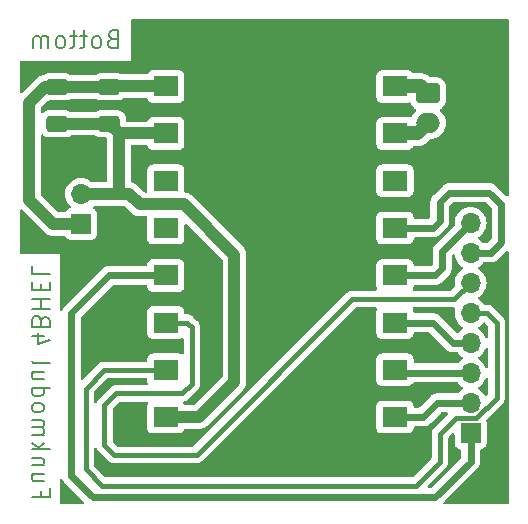
<source format=gbr>
%TF.GenerationSoftware,KiCad,Pcbnew,(7.0.0)*%
%TF.CreationDate,2023-03-14T16:54:00+01:00*%
%TF.ProjectId,breakout-board-receiver,62726561-6b6f-4757-942d-626f6172642d,rev?*%
%TF.SameCoordinates,Original*%
%TF.FileFunction,Copper,L2,Bot*%
%TF.FilePolarity,Positive*%
%FSLAX46Y46*%
G04 Gerber Fmt 4.6, Leading zero omitted, Abs format (unit mm)*
G04 Created by KiCad (PCBNEW (7.0.0)) date 2023-03-14 16:54:00*
%MOMM*%
%LPD*%
G01*
G04 APERTURE LIST*
G04 Aperture macros list*
%AMRoundRect*
0 Rectangle with rounded corners*
0 $1 Rounding radius*
0 $2 $3 $4 $5 $6 $7 $8 $9 X,Y pos of 4 corners*
0 Add a 4 corners polygon primitive as box body*
4,1,4,$2,$3,$4,$5,$6,$7,$8,$9,$2,$3,0*
0 Add four circle primitives for the rounded corners*
1,1,$1+$1,$2,$3*
1,1,$1+$1,$4,$5*
1,1,$1+$1,$6,$7*
1,1,$1+$1,$8,$9*
0 Add four rect primitives between the rounded corners*
20,1,$1+$1,$2,$3,$4,$5,0*
20,1,$1+$1,$4,$5,$6,$7,0*
20,1,$1+$1,$6,$7,$8,$9,0*
20,1,$1+$1,$8,$9,$2,$3,0*%
G04 Aperture macros list end*
%ADD10C,0.187500*%
%TA.AperFunction,NonConductor*%
%ADD11C,0.187500*%
%TD*%
%TA.AperFunction,ComponentPad*%
%ADD12RoundRect,0.250000X-0.750000X0.600000X-0.750000X-0.600000X0.750000X-0.600000X0.750000X0.600000X0*%
%TD*%
%TA.AperFunction,ComponentPad*%
%ADD13O,2.000000X1.700000*%
%TD*%
%TA.AperFunction,ComponentPad*%
%ADD14R,1.700000X1.700000*%
%TD*%
%TA.AperFunction,ComponentPad*%
%ADD15O,1.700000X1.700000*%
%TD*%
%TA.AperFunction,SMDPad,CuDef*%
%ADD16RoundRect,0.250000X-0.650000X0.412500X-0.650000X-0.412500X0.650000X-0.412500X0.650000X0.412500X0*%
%TD*%
%TA.AperFunction,SMDPad,CuDef*%
%ADD17R,2.143000X1.762000*%
%TD*%
%TA.AperFunction,Conductor*%
%ADD18C,1.000000*%
%TD*%
%TA.AperFunction,Conductor*%
%ADD19C,0.600000*%
%TD*%
%TA.AperFunction,Conductor*%
%ADD20C,0.400000*%
%TD*%
%TA.AperFunction,Conductor*%
%ADD21C,1.200000*%
%TD*%
G04 APERTURE END LIST*
D10*
D11*
X160642857Y-79387857D02*
X160428571Y-79459285D01*
X160428571Y-79459285D02*
X160357142Y-79530714D01*
X160357142Y-79530714D02*
X160285714Y-79673571D01*
X160285714Y-79673571D02*
X160285714Y-79887857D01*
X160285714Y-79887857D02*
X160357142Y-80030714D01*
X160357142Y-80030714D02*
X160428571Y-80102142D01*
X160428571Y-80102142D02*
X160571428Y-80173571D01*
X160571428Y-80173571D02*
X161142857Y-80173571D01*
X161142857Y-80173571D02*
X161142857Y-78673571D01*
X161142857Y-78673571D02*
X160642857Y-78673571D01*
X160642857Y-78673571D02*
X160500000Y-78745000D01*
X160500000Y-78745000D02*
X160428571Y-78816428D01*
X160428571Y-78816428D02*
X160357142Y-78959285D01*
X160357142Y-78959285D02*
X160357142Y-79102142D01*
X160357142Y-79102142D02*
X160428571Y-79245000D01*
X160428571Y-79245000D02*
X160500000Y-79316428D01*
X160500000Y-79316428D02*
X160642857Y-79387857D01*
X160642857Y-79387857D02*
X161142857Y-79387857D01*
X159428571Y-80173571D02*
X159571428Y-80102142D01*
X159571428Y-80102142D02*
X159642857Y-80030714D01*
X159642857Y-80030714D02*
X159714285Y-79887857D01*
X159714285Y-79887857D02*
X159714285Y-79459285D01*
X159714285Y-79459285D02*
X159642857Y-79316428D01*
X159642857Y-79316428D02*
X159571428Y-79245000D01*
X159571428Y-79245000D02*
X159428571Y-79173571D01*
X159428571Y-79173571D02*
X159214285Y-79173571D01*
X159214285Y-79173571D02*
X159071428Y-79245000D01*
X159071428Y-79245000D02*
X159000000Y-79316428D01*
X159000000Y-79316428D02*
X158928571Y-79459285D01*
X158928571Y-79459285D02*
X158928571Y-79887857D01*
X158928571Y-79887857D02*
X159000000Y-80030714D01*
X159000000Y-80030714D02*
X159071428Y-80102142D01*
X159071428Y-80102142D02*
X159214285Y-80173571D01*
X159214285Y-80173571D02*
X159428571Y-80173571D01*
X158499999Y-79173571D02*
X157928571Y-79173571D01*
X158285714Y-78673571D02*
X158285714Y-79959285D01*
X158285714Y-79959285D02*
X158214285Y-80102142D01*
X158214285Y-80102142D02*
X158071428Y-80173571D01*
X158071428Y-80173571D02*
X157928571Y-80173571D01*
X157642856Y-79173571D02*
X157071428Y-79173571D01*
X157428571Y-78673571D02*
X157428571Y-79959285D01*
X157428571Y-79959285D02*
X157357142Y-80102142D01*
X157357142Y-80102142D02*
X157214285Y-80173571D01*
X157214285Y-80173571D02*
X157071428Y-80173571D01*
X156357142Y-80173571D02*
X156499999Y-80102142D01*
X156499999Y-80102142D02*
X156571428Y-80030714D01*
X156571428Y-80030714D02*
X156642856Y-79887857D01*
X156642856Y-79887857D02*
X156642856Y-79459285D01*
X156642856Y-79459285D02*
X156571428Y-79316428D01*
X156571428Y-79316428D02*
X156499999Y-79245000D01*
X156499999Y-79245000D02*
X156357142Y-79173571D01*
X156357142Y-79173571D02*
X156142856Y-79173571D01*
X156142856Y-79173571D02*
X155999999Y-79245000D01*
X155999999Y-79245000D02*
X155928571Y-79316428D01*
X155928571Y-79316428D02*
X155857142Y-79459285D01*
X155857142Y-79459285D02*
X155857142Y-79887857D01*
X155857142Y-79887857D02*
X155928571Y-80030714D01*
X155928571Y-80030714D02*
X155999999Y-80102142D01*
X155999999Y-80102142D02*
X156142856Y-80173571D01*
X156142856Y-80173571D02*
X156357142Y-80173571D01*
X155214285Y-80173571D02*
X155214285Y-79173571D01*
X155214285Y-79316428D02*
X155142856Y-79245000D01*
X155142856Y-79245000D02*
X154999999Y-79173571D01*
X154999999Y-79173571D02*
X154785713Y-79173571D01*
X154785713Y-79173571D02*
X154642856Y-79245000D01*
X154642856Y-79245000D02*
X154571428Y-79387857D01*
X154571428Y-79387857D02*
X154571428Y-80173571D01*
X154571428Y-79387857D02*
X154499999Y-79245000D01*
X154499999Y-79245000D02*
X154357142Y-79173571D01*
X154357142Y-79173571D02*
X154142856Y-79173571D01*
X154142856Y-79173571D02*
X153999999Y-79245000D01*
X153999999Y-79245000D02*
X153928570Y-79387857D01*
X153928570Y-79387857D02*
X153928570Y-80173571D01*
D10*
D11*
X154612142Y-117642857D02*
X154612142Y-118142857D01*
X153826428Y-118142857D02*
X155326428Y-118142857D01*
X155326428Y-118142857D02*
X155326428Y-117428571D01*
X154826428Y-116214286D02*
X153826428Y-116214286D01*
X154826428Y-116857143D02*
X154040714Y-116857143D01*
X154040714Y-116857143D02*
X153897857Y-116785714D01*
X153897857Y-116785714D02*
X153826428Y-116642857D01*
X153826428Y-116642857D02*
X153826428Y-116428571D01*
X153826428Y-116428571D02*
X153897857Y-116285714D01*
X153897857Y-116285714D02*
X153969285Y-116214286D01*
X154826428Y-115500000D02*
X153826428Y-115500000D01*
X154683571Y-115500000D02*
X154755000Y-115428571D01*
X154755000Y-115428571D02*
X154826428Y-115285714D01*
X154826428Y-115285714D02*
X154826428Y-115071428D01*
X154826428Y-115071428D02*
X154755000Y-114928571D01*
X154755000Y-114928571D02*
X154612142Y-114857143D01*
X154612142Y-114857143D02*
X153826428Y-114857143D01*
X153826428Y-114142857D02*
X155326428Y-114142857D01*
X154397857Y-114000000D02*
X153826428Y-113571428D01*
X154826428Y-113571428D02*
X154255000Y-114142857D01*
X153826428Y-112928571D02*
X154826428Y-112928571D01*
X154683571Y-112928571D02*
X154755000Y-112857142D01*
X154755000Y-112857142D02*
X154826428Y-112714285D01*
X154826428Y-112714285D02*
X154826428Y-112499999D01*
X154826428Y-112499999D02*
X154755000Y-112357142D01*
X154755000Y-112357142D02*
X154612142Y-112285714D01*
X154612142Y-112285714D02*
X153826428Y-112285714D01*
X154612142Y-112285714D02*
X154755000Y-112214285D01*
X154755000Y-112214285D02*
X154826428Y-112071428D01*
X154826428Y-112071428D02*
X154826428Y-111857142D01*
X154826428Y-111857142D02*
X154755000Y-111714285D01*
X154755000Y-111714285D02*
X154612142Y-111642856D01*
X154612142Y-111642856D02*
X153826428Y-111642856D01*
X153826428Y-110714285D02*
X153897857Y-110857142D01*
X153897857Y-110857142D02*
X153969285Y-110928571D01*
X153969285Y-110928571D02*
X154112142Y-110999999D01*
X154112142Y-110999999D02*
X154540714Y-110999999D01*
X154540714Y-110999999D02*
X154683571Y-110928571D01*
X154683571Y-110928571D02*
X154755000Y-110857142D01*
X154755000Y-110857142D02*
X154826428Y-110714285D01*
X154826428Y-110714285D02*
X154826428Y-110499999D01*
X154826428Y-110499999D02*
X154755000Y-110357142D01*
X154755000Y-110357142D02*
X154683571Y-110285714D01*
X154683571Y-110285714D02*
X154540714Y-110214285D01*
X154540714Y-110214285D02*
X154112142Y-110214285D01*
X154112142Y-110214285D02*
X153969285Y-110285714D01*
X153969285Y-110285714D02*
X153897857Y-110357142D01*
X153897857Y-110357142D02*
X153826428Y-110499999D01*
X153826428Y-110499999D02*
X153826428Y-110714285D01*
X153826428Y-108928571D02*
X155326428Y-108928571D01*
X153897857Y-108928571D02*
X153826428Y-109071428D01*
X153826428Y-109071428D02*
X153826428Y-109357142D01*
X153826428Y-109357142D02*
X153897857Y-109499999D01*
X153897857Y-109499999D02*
X153969285Y-109571428D01*
X153969285Y-109571428D02*
X154112142Y-109642856D01*
X154112142Y-109642856D02*
X154540714Y-109642856D01*
X154540714Y-109642856D02*
X154683571Y-109571428D01*
X154683571Y-109571428D02*
X154755000Y-109499999D01*
X154755000Y-109499999D02*
X154826428Y-109357142D01*
X154826428Y-109357142D02*
X154826428Y-109071428D01*
X154826428Y-109071428D02*
X154755000Y-108928571D01*
X154826428Y-107571428D02*
X153826428Y-107571428D01*
X154826428Y-108214285D02*
X154040714Y-108214285D01*
X154040714Y-108214285D02*
X153897857Y-108142856D01*
X153897857Y-108142856D02*
X153826428Y-107999999D01*
X153826428Y-107999999D02*
X153826428Y-107785713D01*
X153826428Y-107785713D02*
X153897857Y-107642856D01*
X153897857Y-107642856D02*
X153969285Y-107571428D01*
X153826428Y-106642856D02*
X153897857Y-106785713D01*
X153897857Y-106785713D02*
X154040714Y-106857142D01*
X154040714Y-106857142D02*
X155326428Y-106857142D01*
X154826428Y-104528571D02*
X153826428Y-104528571D01*
X155397857Y-104885713D02*
X154326428Y-105242856D01*
X154326428Y-105242856D02*
X154326428Y-104314285D01*
X154612142Y-103242857D02*
X154540714Y-103028571D01*
X154540714Y-103028571D02*
X154469285Y-102957142D01*
X154469285Y-102957142D02*
X154326428Y-102885714D01*
X154326428Y-102885714D02*
X154112142Y-102885714D01*
X154112142Y-102885714D02*
X153969285Y-102957142D01*
X153969285Y-102957142D02*
X153897857Y-103028571D01*
X153897857Y-103028571D02*
X153826428Y-103171428D01*
X153826428Y-103171428D02*
X153826428Y-103742857D01*
X153826428Y-103742857D02*
X155326428Y-103742857D01*
X155326428Y-103742857D02*
X155326428Y-103242857D01*
X155326428Y-103242857D02*
X155255000Y-103100000D01*
X155255000Y-103100000D02*
X155183571Y-103028571D01*
X155183571Y-103028571D02*
X155040714Y-102957142D01*
X155040714Y-102957142D02*
X154897857Y-102957142D01*
X154897857Y-102957142D02*
X154755000Y-103028571D01*
X154755000Y-103028571D02*
X154683571Y-103100000D01*
X154683571Y-103100000D02*
X154612142Y-103242857D01*
X154612142Y-103242857D02*
X154612142Y-103742857D01*
X153826428Y-102242857D02*
X155326428Y-102242857D01*
X154612142Y-102242857D02*
X154612142Y-101385714D01*
X153826428Y-101385714D02*
X155326428Y-101385714D01*
X154612142Y-100671428D02*
X154612142Y-100171428D01*
X153826428Y-99957142D02*
X153826428Y-100671428D01*
X153826428Y-100671428D02*
X155326428Y-100671428D01*
X155326428Y-100671428D02*
X155326428Y-99957142D01*
X153826428Y-98599999D02*
X153826428Y-99314285D01*
X153826428Y-99314285D02*
X155326428Y-99314285D01*
D12*
%TO.P,J2,1,Pin_1*%
%TO.N,/Antenne*%
X187375000Y-84000000D03*
D13*
%TO.P,J2,2,Pin_2*%
%TO.N,/gnd*%
X187374999Y-86499999D03*
%TD*%
D14*
%TO.P,J1,1,Pin_1*%
%TO.N,+5V*%
X157999999Y-95049999D03*
D15*
%TO.P,J1,2,Pin_2*%
%TO.N,GND*%
X157999999Y-92509999D03*
%TD*%
D14*
%TO.P,J3,1,Pin_1*%
%TO.N,/SDN*%
X190974999Y-112739999D03*
D15*
%TO.P,J3,2,Pin_2*%
%TO.N,/SCLK*%
X190974999Y-110199999D03*
%TO.P,J3,3,Pin_3*%
%TO.N,/SDI*%
X190974999Y-107659999D03*
%TO.P,J3,4,Pin_4*%
%TO.N,/SDO*%
X190974999Y-105119999D03*
%TO.P,J3,5,Pin_5*%
%TO.N,/nSEL*%
X190974999Y-102579999D03*
%TO.P,J3,6,Pin_6*%
%TO.N,/nIRQ*%
X190974999Y-100039999D03*
%TO.P,J3,7,Pin_7*%
%TO.N,/GPIO0*%
X190974999Y-97499999D03*
%TO.P,J3,8,Pin_8*%
%TO.N,/GPIO1*%
X190974999Y-94959999D03*
%TD*%
D16*
%TO.P,C3,1*%
%TO.N,+5V*%
X160375000Y-83437500D03*
%TO.P,C3,2*%
%TO.N,GND*%
X160375000Y-86562500D03*
%TD*%
%TO.P,C4,1*%
%TO.N,+5V*%
X155975000Y-83437500D03*
%TO.P,C4,2*%
%TO.N,GND*%
X155975000Y-86562500D03*
%TD*%
D17*
%TO.P,U1,1,VCC*%
%TO.N,+5V*%
X165174999Y-83399999D03*
%TO.P,U1,2,GND*%
%TO.N,GND*%
X165174999Y-87380999D03*
%TO.P,U1,3,NC*%
%TO.N,/NC_1*%
X165174999Y-91399999D03*
%TO.P,U1,4,NC*%
%TO.N,/NC_2*%
X165174999Y-95399999D03*
%TO.P,U1,5,SDN*%
%TO.N,/SDN*%
X165174999Y-99399999D03*
%TO.P,U1,6,nIRQ*%
%TO.N,/nIRQ*%
X165174999Y-103399999D03*
%TO.P,U1,7,nSEL*%
%TO.N,/nSEL*%
X165174999Y-107399999D03*
%TO.P,U1,8,GND*%
%TO.N,GND*%
X165174999Y-111399999D03*
%TO.P,U1,9,ANT*%
%TO.N,/Antenne*%
X184574999Y-83399999D03*
%TO.P,U1,10,GND*%
%TO.N,/gnd*%
X184574999Y-87380999D03*
%TO.P,U1,11,NC*%
%TO.N,/NC_3*%
X184574999Y-91399999D03*
%TO.P,U1,12,GPIO0*%
%TO.N,/GPIO0*%
X184574999Y-95399999D03*
%TO.P,U1,13,GPIO1*%
%TO.N,/GPIO1*%
X184574999Y-99399999D03*
%TO.P,U1,14,SDO*%
%TO.N,/SDO*%
X184574999Y-103399999D03*
%TO.P,U1,15,SDI*%
%TO.N,/SDI*%
X184574999Y-107399999D03*
%TO.P,U1,16,SCLK*%
%TO.N,/SCLK*%
X184574999Y-111399999D03*
%TD*%
D18*
%TO.N,+5V*%
X165375000Y-83400000D02*
X160412500Y-83400000D01*
X155625000Y-95050000D02*
X153575000Y-93000000D01*
X153575000Y-84800000D02*
X154937500Y-83437500D01*
X158000000Y-95050000D02*
X155625000Y-95050000D01*
X160412500Y-83400000D02*
X160375000Y-83437500D01*
X153575000Y-93000000D02*
X153575000Y-84800000D01*
X154937500Y-83437500D02*
X155975000Y-83437500D01*
X160375000Y-83437500D02*
X155975000Y-83437500D01*
%TO.N,GND*%
X161193500Y-87381000D02*
X160375000Y-86562500D01*
X170975000Y-108400000D02*
X167975000Y-111400000D01*
X162085000Y-92510000D02*
X162975000Y-93400000D01*
X158000000Y-92510000D02*
X161175000Y-92510000D01*
X160375000Y-86562500D02*
X155975000Y-86562500D01*
X161193500Y-87381000D02*
X161193500Y-92491500D01*
X170975000Y-97647500D02*
X170975000Y-108400000D01*
X166727500Y-93400000D02*
X170975000Y-97647500D01*
X161175000Y-92510000D02*
X162085000Y-92510000D01*
X167975000Y-111400000D02*
X165375000Y-111400000D01*
X162975000Y-93400000D02*
X166727500Y-93400000D01*
X165375000Y-87381000D02*
X161193500Y-87381000D01*
X161193500Y-92491500D02*
X161175000Y-92510000D01*
D19*
%TO.N,/SDN*%
X157175000Y-102600000D02*
X160375000Y-99400000D01*
X190975000Y-112740000D02*
X190975000Y-115200000D01*
X187975000Y-118200000D02*
X158975000Y-118200000D01*
X158975000Y-118200000D02*
X157175000Y-116400000D01*
X160375000Y-99400000D02*
X165375000Y-99400000D01*
X190975000Y-115200000D02*
X187975000Y-118200000D01*
X157175000Y-116400000D02*
X157175000Y-102600000D01*
%TO.N,/SCLK*%
X186975000Y-111400000D02*
X188175000Y-110200000D01*
X188175000Y-110200000D02*
X190975000Y-110200000D01*
X184775000Y-111400000D02*
X186975000Y-111400000D01*
%TO.N,/SDI*%
X190975000Y-107660000D02*
X185035000Y-107660000D01*
X185035000Y-107660000D02*
X184775000Y-107400000D01*
%TO.N,/SDO*%
X189495000Y-105120000D02*
X190975000Y-105120000D01*
X184775000Y-103400000D02*
X187775000Y-103400000D01*
X187775000Y-103400000D02*
X189495000Y-105120000D01*
D20*
%TO.N,/nSEL*%
X186375000Y-117200000D02*
X159775000Y-117200000D01*
X158375000Y-115800000D02*
X158375000Y-109000000D01*
X191452767Y-111490000D02*
X189725000Y-111490000D01*
X158375000Y-109000000D02*
X159975000Y-107400000D01*
X188375000Y-112840000D02*
X188375000Y-115200000D01*
X188375000Y-115200000D02*
X186375000Y-117200000D01*
X193175000Y-103400000D02*
X193175000Y-109767767D01*
X189725000Y-111490000D02*
X188375000Y-112840000D01*
X159775000Y-117200000D02*
X158375000Y-115800000D01*
X190975000Y-102580000D02*
X192355000Y-102580000D01*
X192355000Y-102580000D02*
X193175000Y-103400000D01*
X193175000Y-109767767D02*
X191452767Y-111490000D01*
X159975000Y-107400000D02*
X165375000Y-107400000D01*
%TO.N,/nIRQ*%
X166575000Y-109400000D02*
X167375000Y-108600000D01*
X159975000Y-113800000D02*
X159975000Y-110400000D01*
X167375000Y-103800000D02*
X166975000Y-103400000D01*
X166975000Y-103400000D02*
X165375000Y-103400000D01*
X160775000Y-114600000D02*
X159975000Y-113800000D01*
X190975000Y-100040000D02*
X189615000Y-101400000D01*
X180975000Y-101400000D02*
X167775000Y-114600000D01*
X189615000Y-101400000D02*
X180975000Y-101400000D01*
X167375000Y-108600000D02*
X167375000Y-103800000D01*
X167775000Y-114600000D02*
X160775000Y-114600000D01*
X159975000Y-110400000D02*
X160975000Y-109400000D01*
X160975000Y-109400000D02*
X166575000Y-109400000D01*
D19*
%TO.N,/GPIO0*%
X189175000Y-92400000D02*
X192575000Y-92400000D01*
X184775000Y-95400000D02*
X187775000Y-95400000D01*
X192675000Y-97500000D02*
X190975000Y-97500000D01*
X193575000Y-96600000D02*
X192675000Y-97500000D01*
X188375000Y-94800000D02*
X188375000Y-93200000D01*
X193575000Y-93400000D02*
X193575000Y-96600000D01*
X187775000Y-95400000D02*
X188375000Y-94800000D01*
X188375000Y-93200000D02*
X189175000Y-92400000D01*
X192575000Y-92400000D02*
X193575000Y-93400000D01*
%TO.N,/GPIO1*%
X188575000Y-97360000D02*
X188575000Y-98800000D01*
X190975000Y-94960000D02*
X188575000Y-97360000D01*
X187975000Y-99400000D02*
X184775000Y-99400000D01*
X188575000Y-98800000D02*
X187975000Y-99400000D01*
D21*
%TO.N,/Antenne*%
X186775000Y-83400000D02*
X187375000Y-84000000D01*
X184775000Y-83400000D02*
X186775000Y-83400000D01*
%TO.N,/gnd*%
X184775000Y-87381000D02*
X186494000Y-87381000D01*
X186494000Y-87381000D02*
X187375000Y-86500000D01*
%TD*%
%TA.AperFunction,NonConductor*%
G36*
X154737818Y-87468299D02*
G01*
X154787181Y-87498549D01*
X154856344Y-87567712D01*
X154862485Y-87571500D01*
X154862488Y-87571502D01*
X154919558Y-87606702D01*
X155005666Y-87659814D01*
X155172203Y-87714999D01*
X155274991Y-87725500D01*
X156675008Y-87725499D01*
X156777797Y-87714999D01*
X156944334Y-87659814D01*
X157071366Y-87581460D01*
X157136461Y-87563000D01*
X159213539Y-87563000D01*
X159278633Y-87581460D01*
X159405666Y-87659814D01*
X159572203Y-87714999D01*
X159674991Y-87725500D01*
X160069000Y-87725499D01*
X160131000Y-87742112D01*
X160176387Y-87787499D01*
X160193000Y-87849499D01*
X160193000Y-91385500D01*
X160176387Y-91447500D01*
X160131000Y-91492887D01*
X160069000Y-91509500D01*
X158960758Y-91509500D01*
X158913305Y-91500061D01*
X158880138Y-91477899D01*
X158879373Y-91478811D01*
X158875230Y-91475334D01*
X158871401Y-91471505D01*
X158866970Y-91468402D01*
X158866966Y-91468399D01*
X158682259Y-91339066D01*
X158682257Y-91339064D01*
X158677830Y-91335965D01*
X158672933Y-91333681D01*
X158672927Y-91333678D01*
X158468572Y-91238386D01*
X158468570Y-91238385D01*
X158463663Y-91236097D01*
X158458438Y-91234697D01*
X158458430Y-91234694D01*
X158240634Y-91176337D01*
X158240630Y-91176336D01*
X158235408Y-91174937D01*
X158230020Y-91174465D01*
X158230017Y-91174465D01*
X158005395Y-91154813D01*
X158000000Y-91154341D01*
X157994605Y-91154813D01*
X157769982Y-91174465D01*
X157769977Y-91174465D01*
X157764592Y-91174937D01*
X157759371Y-91176335D01*
X157759365Y-91176337D01*
X157541569Y-91234694D01*
X157541557Y-91234698D01*
X157536337Y-91236097D01*
X157531432Y-91238383D01*
X157531427Y-91238386D01*
X157327081Y-91333675D01*
X157327077Y-91333677D01*
X157322171Y-91335965D01*
X157317738Y-91339068D01*
X157317731Y-91339073D01*
X157133034Y-91468399D01*
X157133029Y-91468402D01*
X157128599Y-91471505D01*
X157124775Y-91475328D01*
X157124769Y-91475334D01*
X156965334Y-91634769D01*
X156965328Y-91634775D01*
X156961505Y-91638599D01*
X156958402Y-91643029D01*
X156958399Y-91643034D01*
X156829073Y-91827731D01*
X156829068Y-91827738D01*
X156825965Y-91832171D01*
X156823677Y-91837077D01*
X156823675Y-91837081D01*
X156728386Y-92041427D01*
X156728383Y-92041432D01*
X156726097Y-92046337D01*
X156724698Y-92051557D01*
X156724694Y-92051569D01*
X156666337Y-92269365D01*
X156666335Y-92269371D01*
X156664937Y-92274592D01*
X156664465Y-92279977D01*
X156664465Y-92279982D01*
X156651547Y-92427637D01*
X156644341Y-92510000D01*
X156644813Y-92515395D01*
X156664117Y-92736044D01*
X156664937Y-92745408D01*
X156666336Y-92750630D01*
X156666337Y-92750634D01*
X156724694Y-92968430D01*
X156724697Y-92968438D01*
X156726097Y-92973663D01*
X156728385Y-92978570D01*
X156728386Y-92978572D01*
X156823678Y-93182927D01*
X156823681Y-93182933D01*
X156825965Y-93187830D01*
X156829064Y-93192257D01*
X156829066Y-93192259D01*
X156958399Y-93376966D01*
X156958402Y-93376970D01*
X156961505Y-93381401D01*
X156965335Y-93385231D01*
X156965336Y-93385232D01*
X157083430Y-93503326D01*
X157114726Y-93556072D01*
X157116915Y-93617365D01*
X157089462Y-93672210D01*
X157039083Y-93707189D01*
X156923702Y-93750223D01*
X156907669Y-93756204D01*
X156900572Y-93761516D01*
X156900568Y-93761519D01*
X156799550Y-93837141D01*
X156799546Y-93837144D01*
X156792454Y-93842454D01*
X156787144Y-93849546D01*
X156787141Y-93849550D01*
X156711519Y-93950568D01*
X156711516Y-93950572D01*
X156706204Y-93957669D01*
X156703104Y-93965978D01*
X156703105Y-93965978D01*
X156702040Y-93968834D01*
X156675601Y-94011070D01*
X156634670Y-94039488D01*
X156585858Y-94049500D01*
X156090782Y-94049500D01*
X156043329Y-94040061D01*
X156003101Y-94013181D01*
X154611819Y-92621899D01*
X154584939Y-92581671D01*
X154575500Y-92534218D01*
X154575500Y-87586230D01*
X154589015Y-87529935D01*
X154626615Y-87485912D01*
X154680102Y-87463757D01*
X154737818Y-87468299D01*
G37*
%TD.AperFunction*%
%TA.AperFunction,NonConductor*%
G36*
X189557193Y-97611131D02*
G01*
X189613160Y-97652167D01*
X189638312Y-97716845D01*
X189639937Y-97735408D01*
X189641336Y-97740630D01*
X189641337Y-97740634D01*
X189699694Y-97958430D01*
X189699697Y-97958438D01*
X189701097Y-97963663D01*
X189703385Y-97968570D01*
X189703386Y-97968572D01*
X189798678Y-98172927D01*
X189798681Y-98172933D01*
X189800965Y-98177830D01*
X189804064Y-98182257D01*
X189804066Y-98182259D01*
X189933399Y-98366966D01*
X189933402Y-98366970D01*
X189936505Y-98371401D01*
X190103599Y-98538495D01*
X190108032Y-98541599D01*
X190108038Y-98541604D01*
X190289158Y-98668425D01*
X190328024Y-98712743D01*
X190342035Y-98770000D01*
X190328024Y-98827257D01*
X190289160Y-98871574D01*
X190103599Y-99001505D01*
X190099775Y-99005328D01*
X190099769Y-99005334D01*
X189940334Y-99164769D01*
X189940328Y-99164775D01*
X189936505Y-99168599D01*
X189933402Y-99173029D01*
X189933399Y-99173034D01*
X189804073Y-99357731D01*
X189804068Y-99357738D01*
X189800965Y-99362171D01*
X189798677Y-99367077D01*
X189798675Y-99367081D01*
X189703386Y-99571427D01*
X189703383Y-99571432D01*
X189701097Y-99576337D01*
X189699698Y-99581557D01*
X189699694Y-99581569D01*
X189641337Y-99799365D01*
X189641335Y-99799371D01*
X189639937Y-99804592D01*
X189639465Y-99809977D01*
X189639465Y-99809982D01*
X189620663Y-100024889D01*
X189619341Y-100040000D01*
X189639937Y-100275408D01*
X189641337Y-100280633D01*
X189644443Y-100292226D01*
X189644440Y-100356410D01*
X189612347Y-100411994D01*
X189361159Y-100663183D01*
X189320934Y-100690061D01*
X189273481Y-100699500D01*
X186201653Y-100699500D01*
X186140293Y-100683254D01*
X186095011Y-100638773D01*
X186077673Y-100577712D01*
X186090975Y-100523584D01*
X186090296Y-100523331D01*
X186090296Y-100523330D01*
X186140591Y-100388483D01*
X186147000Y-100328873D01*
X186147000Y-100324500D01*
X186147070Y-100324237D01*
X186147178Y-100322232D01*
X186147601Y-100322254D01*
X186163613Y-100262500D01*
X186209000Y-100217113D01*
X186271000Y-100200500D01*
X188058233Y-100200500D01*
X188065194Y-100200500D01*
X188102523Y-100191979D01*
X188116197Y-100189655D01*
X188154255Y-100185368D01*
X188190403Y-100172718D01*
X188203726Y-100168881D01*
X188241061Y-100160360D01*
X188275546Y-100143752D01*
X188288398Y-100138429D01*
X188324522Y-100125789D01*
X188356939Y-100105418D01*
X188369086Y-100098705D01*
X188403587Y-100082091D01*
X188433519Y-100058220D01*
X188444853Y-100050179D01*
X188477262Y-100029816D01*
X188604816Y-99902262D01*
X188604815Y-99902262D01*
X189172826Y-99334252D01*
X189204816Y-99302262D01*
X189225180Y-99269850D01*
X189233220Y-99258519D01*
X189257091Y-99228587D01*
X189273705Y-99194086D01*
X189280418Y-99181939D01*
X189300789Y-99149522D01*
X189313429Y-99113397D01*
X189318752Y-99100547D01*
X189319249Y-99099513D01*
X189335360Y-99066061D01*
X189343881Y-99028726D01*
X189347718Y-99015403D01*
X189360368Y-98979255D01*
X189364655Y-98941197D01*
X189366979Y-98927523D01*
X189375500Y-98890194D01*
X189375500Y-98709806D01*
X189375500Y-97742940D01*
X189384938Y-97695489D01*
X189411816Y-97655262D01*
X189414911Y-97652167D01*
X189427102Y-97639975D01*
X189487943Y-97606594D01*
X189557193Y-97611131D01*
G37*
%TD.AperFunction*%
%TA.AperFunction,NonConductor*%
G36*
X189598585Y-102113288D02*
G01*
X189642117Y-102149013D01*
X189665358Y-102200309D01*
X189663516Y-102256593D01*
X189641337Y-102339365D01*
X189641335Y-102339371D01*
X189639937Y-102344592D01*
X189639465Y-102349977D01*
X189639465Y-102349982D01*
X189628288Y-102477739D01*
X189619341Y-102580000D01*
X189619813Y-102585395D01*
X189638249Y-102796122D01*
X189639937Y-102815408D01*
X189641336Y-102820630D01*
X189641337Y-102820634D01*
X189699694Y-103038430D01*
X189699697Y-103038438D01*
X189701097Y-103043663D01*
X189703385Y-103048570D01*
X189703386Y-103048572D01*
X189798678Y-103252927D01*
X189798681Y-103252933D01*
X189800965Y-103257830D01*
X189804064Y-103262257D01*
X189804066Y-103262259D01*
X189933399Y-103446966D01*
X189933400Y-103446967D01*
X189936505Y-103451401D01*
X190103599Y-103618495D01*
X190108032Y-103621599D01*
X190108038Y-103621604D01*
X190289158Y-103748425D01*
X190328024Y-103792743D01*
X190342035Y-103850000D01*
X190328024Y-103907257D01*
X190289159Y-103951575D01*
X190108041Y-104078395D01*
X190103599Y-104081505D01*
X190099775Y-104085328D01*
X190099769Y-104085334D01*
X189936505Y-104248599D01*
X189935471Y-104247565D01*
X189885331Y-104281597D01*
X189817732Y-104284547D01*
X189758649Y-104251571D01*
X188282190Y-102775112D01*
X188277262Y-102770184D01*
X188249164Y-102752529D01*
X188244850Y-102749818D01*
X188233509Y-102741771D01*
X188212417Y-102724951D01*
X188203587Y-102717909D01*
X188197318Y-102714890D01*
X188197315Y-102714888D01*
X188169093Y-102701296D01*
X188156927Y-102694572D01*
X188130414Y-102677913D01*
X188130412Y-102677912D01*
X188124522Y-102674211D01*
X188088393Y-102661568D01*
X188075554Y-102656250D01*
X188047336Y-102642661D01*
X188047329Y-102642658D01*
X188041061Y-102639640D01*
X188034276Y-102638091D01*
X188034267Y-102638088D01*
X188003735Y-102631119D01*
X187990382Y-102627273D01*
X187954255Y-102614632D01*
X187947338Y-102613852D01*
X187947336Y-102613852D01*
X187916218Y-102610345D01*
X187902518Y-102608017D01*
X187871988Y-102601050D01*
X187871983Y-102601049D01*
X187865194Y-102599500D01*
X187858228Y-102599500D01*
X186270999Y-102599500D01*
X186208999Y-102582887D01*
X186163612Y-102537500D01*
X186147599Y-102477739D01*
X186147177Y-102477762D01*
X186147070Y-102475765D01*
X186146999Y-102475500D01*
X186146999Y-102474439D01*
X186146999Y-102471128D01*
X186140591Y-102411517D01*
X186090296Y-102276669D01*
X186090296Y-102276668D01*
X186090975Y-102276415D01*
X186077673Y-102222288D01*
X186095011Y-102161227D01*
X186140293Y-102116746D01*
X186201653Y-102100500D01*
X189543741Y-102100500D01*
X189598585Y-102113288D01*
G37*
%TD.AperFunction*%
%TA.AperFunction,NonConductor*%
G36*
X192164247Y-103396334D02*
G01*
X192209519Y-103425176D01*
X192438181Y-103653838D01*
X192465061Y-103694066D01*
X192474500Y-103741519D01*
X192474500Y-104580804D01*
X192456789Y-104644669D01*
X192408715Y-104690289D01*
X192344011Y-104704634D01*
X192281160Y-104683605D01*
X192238118Y-104633209D01*
X192196720Y-104544432D01*
X192149035Y-104442171D01*
X192013495Y-104248599D01*
X191846401Y-104081505D01*
X191841968Y-104078401D01*
X191841961Y-104078395D01*
X191660842Y-103951575D01*
X191621976Y-103907257D01*
X191607965Y-103850000D01*
X191621976Y-103792743D01*
X191660842Y-103748425D01*
X191841961Y-103621604D01*
X191841961Y-103621603D01*
X191846401Y-103618495D01*
X192013495Y-103451401D01*
X192020260Y-103441738D01*
X192059833Y-103405473D01*
X192111027Y-103389329D01*
X192164247Y-103396334D01*
G37*
%TD.AperFunction*%
%TA.AperFunction,NonConductor*%
G36*
X192408714Y-105549711D02*
G01*
X192456789Y-105595331D01*
X192474500Y-105659196D01*
X192474500Y-107120804D01*
X192456789Y-107184669D01*
X192408715Y-107230289D01*
X192344011Y-107244634D01*
X192281160Y-107223605D01*
X192238118Y-107173209D01*
X192213681Y-107120804D01*
X192149035Y-106982171D01*
X192013495Y-106788599D01*
X191846401Y-106621505D01*
X191841968Y-106618401D01*
X191841961Y-106618395D01*
X191660842Y-106491575D01*
X191621976Y-106447257D01*
X191607965Y-106390000D01*
X191621976Y-106332743D01*
X191660842Y-106288425D01*
X191841961Y-106161604D01*
X191841961Y-106161603D01*
X191846401Y-106158495D01*
X192013495Y-105991401D01*
X192149035Y-105797830D01*
X192238118Y-105606790D01*
X192281160Y-105556395D01*
X192344010Y-105535366D01*
X192408714Y-105549711D01*
G37*
%TD.AperFunction*%
%TA.AperFunction,NonConductor*%
G36*
X192408714Y-108089711D02*
G01*
X192456789Y-108135331D01*
X192474500Y-108199196D01*
X192474500Y-109426248D01*
X192465061Y-109473701D01*
X192438183Y-109513926D01*
X192398865Y-109553245D01*
X192363588Y-109588522D01*
X192313194Y-109619101D01*
X192254374Y-109622956D01*
X192200420Y-109599216D01*
X192163525Y-109553245D01*
X192160200Y-109546114D01*
X192149035Y-109522171D01*
X192013495Y-109328599D01*
X191846401Y-109161505D01*
X191841968Y-109158401D01*
X191841961Y-109158395D01*
X191660842Y-109031575D01*
X191621976Y-108987257D01*
X191607965Y-108930000D01*
X191621976Y-108872743D01*
X191660842Y-108828425D01*
X191841961Y-108701604D01*
X191841961Y-108701603D01*
X191846401Y-108698495D01*
X192013495Y-108531401D01*
X192149035Y-108337830D01*
X192238118Y-108146790D01*
X192281160Y-108096395D01*
X192344010Y-108075366D01*
X192408714Y-108089711D01*
G37*
%TD.AperFunction*%
%TA.AperFunction,NonConductor*%
G36*
X163541001Y-108117113D02*
G01*
X163586388Y-108162500D01*
X163603001Y-108224500D01*
X163603001Y-108328872D01*
X163603353Y-108332150D01*
X163603354Y-108332161D01*
X163608579Y-108380768D01*
X163608580Y-108380773D01*
X163609409Y-108388483D01*
X163612119Y-108395749D01*
X163612120Y-108395753D01*
X163649307Y-108495456D01*
X163657528Y-108517498D01*
X163657529Y-108517500D01*
X163659704Y-108523331D01*
X163659024Y-108523584D01*
X163672327Y-108577712D01*
X163654989Y-108638773D01*
X163609707Y-108683254D01*
X163548347Y-108699500D01*
X160999921Y-108699500D01*
X160992433Y-108699274D01*
X160939881Y-108696094D01*
X160939873Y-108696094D01*
X160932394Y-108695642D01*
X160925018Y-108696993D01*
X160925011Y-108696994D01*
X160873228Y-108706483D01*
X160865828Y-108707610D01*
X160813569Y-108713956D01*
X160813565Y-108713956D01*
X160806128Y-108714860D01*
X160799119Y-108717517D01*
X160799114Y-108717519D01*
X160796643Y-108718456D01*
X160775053Y-108724474D01*
X160772452Y-108724950D01*
X160772438Y-108724954D01*
X160765069Y-108726305D01*
X160758232Y-108729381D01*
X160758232Y-108729382D01*
X160710226Y-108750987D01*
X160703310Y-108753851D01*
X160654082Y-108772521D01*
X160654070Y-108772526D01*
X160647070Y-108775182D01*
X160640904Y-108779437D01*
X160640894Y-108779443D01*
X160638717Y-108780946D01*
X160619195Y-108791957D01*
X160616788Y-108793040D01*
X160616778Y-108793045D01*
X160609944Y-108796122D01*
X160604043Y-108800744D01*
X160604038Y-108800748D01*
X160562608Y-108833206D01*
X160556580Y-108837642D01*
X160513246Y-108867554D01*
X160513242Y-108867556D01*
X160507071Y-108871817D01*
X160502101Y-108877426D01*
X160502094Y-108877433D01*
X160467177Y-108916846D01*
X160462044Y-108922298D01*
X159497290Y-109887051D01*
X159491838Y-109892184D01*
X159452431Y-109927096D01*
X159452425Y-109927102D01*
X159446817Y-109932071D01*
X159442560Y-109938236D01*
X159442551Y-109938248D01*
X159412649Y-109981568D01*
X159408213Y-109987597D01*
X159375749Y-110029035D01*
X159375743Y-110029043D01*
X159371122Y-110034943D01*
X159368044Y-110041780D01*
X159368043Y-110041783D01*
X159366962Y-110044185D01*
X159355940Y-110063727D01*
X159354441Y-110065898D01*
X159354437Y-110065904D01*
X159350182Y-110072070D01*
X159347526Y-110079070D01*
X159347522Y-110079080D01*
X159328853Y-110128305D01*
X159325989Y-110135218D01*
X159312577Y-110165021D01*
X159269943Y-110216182D01*
X159206990Y-110237908D01*
X159141876Y-110223931D01*
X159093384Y-110178285D01*
X159075500Y-110114134D01*
X159075500Y-109341519D01*
X159084939Y-109294066D01*
X159111819Y-109253838D01*
X160228838Y-108136819D01*
X160269066Y-108109939D01*
X160316519Y-108100500D01*
X163479001Y-108100500D01*
X163541001Y-108117113D01*
G37*
%TD.AperFunction*%
%TA.AperFunction,NonConductor*%
G36*
X161163862Y-93510539D02*
G01*
X161251363Y-93512757D01*
X161257554Y-93511647D01*
X161263825Y-93511170D01*
X161263849Y-93511489D01*
X161274981Y-93510500D01*
X161619217Y-93510500D01*
X161666670Y-93519939D01*
X161706898Y-93546819D01*
X162257432Y-94097352D01*
X162259625Y-94099601D01*
X162313370Y-94156141D01*
X162319941Y-94163053D01*
X162325100Y-94166644D01*
X162325104Y-94166647D01*
X162368362Y-94196755D01*
X162375871Y-94202416D01*
X162421593Y-94239698D01*
X162427171Y-94242611D01*
X162427170Y-94242611D01*
X162448556Y-94253782D01*
X162461980Y-94261915D01*
X162486951Y-94279295D01*
X162493653Y-94282171D01*
X162541163Y-94302559D01*
X162549673Y-94306601D01*
X162601951Y-94333909D01*
X162631199Y-94342277D01*
X162645975Y-94347538D01*
X162673942Y-94359540D01*
X162731718Y-94371413D01*
X162740866Y-94373658D01*
X162797582Y-94389887D01*
X162827916Y-94392196D01*
X162843463Y-94394377D01*
X162867095Y-94399234D01*
X162867102Y-94399234D01*
X162873259Y-94400500D01*
X162932241Y-94400500D01*
X162941656Y-94400858D01*
X163000476Y-94405337D01*
X163030651Y-94401493D01*
X163046317Y-94400500D01*
X163479000Y-94400500D01*
X163541000Y-94417113D01*
X163586387Y-94462500D01*
X163603000Y-94524500D01*
X163603000Y-96325560D01*
X163603000Y-96325578D01*
X163603001Y-96328872D01*
X163603353Y-96332150D01*
X163603354Y-96332161D01*
X163608579Y-96380768D01*
X163608580Y-96380773D01*
X163609409Y-96388483D01*
X163612119Y-96395749D01*
X163612120Y-96395753D01*
X163613891Y-96400500D01*
X163659704Y-96523331D01*
X163665018Y-96530430D01*
X163665019Y-96530431D01*
X163738507Y-96628599D01*
X163745954Y-96638546D01*
X163861169Y-96724796D01*
X163996017Y-96775091D01*
X164055627Y-96781500D01*
X166294372Y-96781499D01*
X166353983Y-96775091D01*
X166488831Y-96724796D01*
X166604046Y-96638546D01*
X166690296Y-96523331D01*
X166740591Y-96388483D01*
X166747000Y-96328873D01*
X166746999Y-95133781D01*
X166760514Y-95077487D01*
X166798114Y-95033464D01*
X166851601Y-95011309D01*
X166909317Y-95015851D01*
X166958680Y-95046101D01*
X169938181Y-98025601D01*
X169965061Y-98065829D01*
X169974500Y-98113282D01*
X169974500Y-107934218D01*
X169965061Y-107981671D01*
X169938181Y-108021899D01*
X167596899Y-110363181D01*
X167556671Y-110390061D01*
X167509218Y-110399500D01*
X166822204Y-110399500D01*
X166773391Y-110389488D01*
X166732461Y-110361069D01*
X166706022Y-110318833D01*
X166696960Y-110294537D01*
X166690296Y-110276669D01*
X166684980Y-110269568D01*
X166680730Y-110261784D01*
X166682833Y-110260635D01*
X166666438Y-110223033D01*
X166669367Y-110166243D01*
X166697338Y-110116731D01*
X166744463Y-110084915D01*
X166753348Y-110081545D01*
X166774959Y-110075522D01*
X166784932Y-110073695D01*
X166839808Y-110048996D01*
X166846673Y-110046152D01*
X166902930Y-110024818D01*
X166911264Y-110019064D01*
X166930821Y-110008034D01*
X166940057Y-110003878D01*
X166987413Y-109966775D01*
X166993420Y-109962355D01*
X167042929Y-109928183D01*
X167082822Y-109883151D01*
X167087924Y-109877731D01*
X167852731Y-109112924D01*
X167858151Y-109107822D01*
X167903183Y-109067929D01*
X167937362Y-109018411D01*
X167941789Y-109012396D01*
X167978878Y-108965056D01*
X167983034Y-108955820D01*
X167994061Y-108936269D01*
X167999818Y-108927930D01*
X168021147Y-108871686D01*
X168024001Y-108864795D01*
X168048695Y-108809931D01*
X168050522Y-108799957D01*
X168056548Y-108778340D01*
X168060140Y-108768872D01*
X168062312Y-108750987D01*
X168067387Y-108709184D01*
X168068514Y-108701776D01*
X168068931Y-108699500D01*
X168079358Y-108642606D01*
X168075725Y-108582566D01*
X168075500Y-108575079D01*
X168075500Y-103824909D01*
X168075726Y-103817422D01*
X168078904Y-103764881D01*
X168079357Y-103757394D01*
X168068516Y-103698235D01*
X168067389Y-103690830D01*
X168062897Y-103653838D01*
X168060140Y-103631128D01*
X168057480Y-103624116D01*
X168057480Y-103624113D01*
X168056547Y-103621653D01*
X168050520Y-103600035D01*
X168048694Y-103590068D01*
X168024012Y-103535228D01*
X168021145Y-103528306D01*
X168002479Y-103479087D01*
X167999818Y-103472070D01*
X167995556Y-103465896D01*
X167995552Y-103465888D01*
X167994058Y-103463724D01*
X167983032Y-103444175D01*
X167981956Y-103441785D01*
X167978877Y-103434943D01*
X167941788Y-103387602D01*
X167937349Y-103381569D01*
X167907442Y-103338241D01*
X167907441Y-103338240D01*
X167903183Y-103332071D01*
X167858170Y-103292193D01*
X167852716Y-103287059D01*
X167487939Y-102922282D01*
X167482822Y-102916847D01*
X167442929Y-102871817D01*
X167393410Y-102837636D01*
X167387404Y-102833216D01*
X167345961Y-102800747D01*
X167345958Y-102800745D01*
X167340057Y-102796122D01*
X167333219Y-102793044D01*
X167333210Y-102793039D01*
X167330810Y-102791959D01*
X167311268Y-102780937D01*
X167309107Y-102779445D01*
X167309102Y-102779442D01*
X167302930Y-102775182D01*
X167246702Y-102753857D01*
X167239784Y-102750991D01*
X167191772Y-102729383D01*
X167191769Y-102729382D01*
X167184932Y-102726305D01*
X167177560Y-102724954D01*
X167177551Y-102724951D01*
X167174952Y-102724475D01*
X167153340Y-102718450D01*
X167150891Y-102717521D01*
X167150885Y-102717519D01*
X167143872Y-102714860D01*
X167136430Y-102713956D01*
X167136425Y-102713955D01*
X167084171Y-102707610D01*
X167076771Y-102706483D01*
X167024987Y-102696994D01*
X167024982Y-102696993D01*
X167017606Y-102695642D01*
X167010126Y-102696094D01*
X167010118Y-102696094D01*
X166957567Y-102699274D01*
X166950079Y-102699500D01*
X166870999Y-102699500D01*
X166808999Y-102682887D01*
X166763612Y-102637500D01*
X166746999Y-102575500D01*
X166746999Y-102474439D01*
X166746999Y-102471128D01*
X166740591Y-102411517D01*
X166690296Y-102276669D01*
X166604046Y-102161454D01*
X166525002Y-102102282D01*
X166495931Y-102080519D01*
X166495930Y-102080518D01*
X166488831Y-102075204D01*
X166353983Y-102024909D01*
X166346270Y-102024079D01*
X166346267Y-102024079D01*
X166297680Y-102018855D01*
X166297669Y-102018854D01*
X166294373Y-102018500D01*
X166291050Y-102018500D01*
X164058939Y-102018500D01*
X164058920Y-102018500D01*
X164055628Y-102018501D01*
X164052350Y-102018853D01*
X164052338Y-102018854D01*
X164003731Y-102024079D01*
X164003725Y-102024080D01*
X163996017Y-102024909D01*
X163988752Y-102027618D01*
X163988746Y-102027620D01*
X163869480Y-102072104D01*
X163869478Y-102072104D01*
X163861169Y-102075204D01*
X163854072Y-102080516D01*
X163854068Y-102080519D01*
X163753050Y-102156141D01*
X163753046Y-102156144D01*
X163745954Y-102161454D01*
X163740644Y-102168546D01*
X163740641Y-102168550D01*
X163665019Y-102269568D01*
X163665016Y-102269572D01*
X163659704Y-102276669D01*
X163656604Y-102284978D01*
X163656604Y-102284980D01*
X163612120Y-102404247D01*
X163612119Y-102404250D01*
X163609409Y-102411517D01*
X163608579Y-102419227D01*
X163608579Y-102419232D01*
X163603355Y-102467819D01*
X163603354Y-102467831D01*
X163603000Y-102471127D01*
X163603000Y-102474448D01*
X163603000Y-102474449D01*
X163603000Y-104325560D01*
X163603000Y-104325578D01*
X163603001Y-104328872D01*
X163603353Y-104332150D01*
X163603354Y-104332161D01*
X163608579Y-104380768D01*
X163608580Y-104380773D01*
X163609409Y-104388483D01*
X163612119Y-104395749D01*
X163612120Y-104395753D01*
X163645717Y-104485831D01*
X163659704Y-104523331D01*
X163745954Y-104638546D01*
X163861169Y-104724796D01*
X163996017Y-104775091D01*
X164055627Y-104781500D01*
X166294372Y-104781499D01*
X166353983Y-104775091D01*
X166488831Y-104724796D01*
X166493030Y-104721652D01*
X166552714Y-104706986D01*
X166613774Y-104724325D01*
X166658254Y-104769606D01*
X166674500Y-104830966D01*
X166674500Y-105969034D01*
X166658254Y-106030394D01*
X166613774Y-106075675D01*
X166552714Y-106093014D01*
X166493030Y-106078347D01*
X166488831Y-106075204D01*
X166353983Y-106024909D01*
X166346270Y-106024079D01*
X166346267Y-106024079D01*
X166297680Y-106018855D01*
X166297669Y-106018854D01*
X166294373Y-106018500D01*
X166291050Y-106018500D01*
X164058939Y-106018500D01*
X164058920Y-106018500D01*
X164055628Y-106018501D01*
X164052350Y-106018853D01*
X164052338Y-106018854D01*
X164003731Y-106024079D01*
X164003725Y-106024080D01*
X163996017Y-106024909D01*
X163988752Y-106027618D01*
X163988746Y-106027620D01*
X163869480Y-106072104D01*
X163869478Y-106072104D01*
X163861169Y-106075204D01*
X163854072Y-106080516D01*
X163854068Y-106080519D01*
X163753050Y-106156141D01*
X163753046Y-106156144D01*
X163745954Y-106161454D01*
X163740644Y-106168546D01*
X163740641Y-106168550D01*
X163665019Y-106269568D01*
X163665016Y-106269572D01*
X163659704Y-106276669D01*
X163656604Y-106284978D01*
X163656604Y-106284980D01*
X163612120Y-106404247D01*
X163612119Y-106404250D01*
X163609409Y-106411517D01*
X163608579Y-106419227D01*
X163608579Y-106419232D01*
X163603355Y-106467819D01*
X163603354Y-106467831D01*
X163603000Y-106471127D01*
X163603000Y-106474449D01*
X163603000Y-106575500D01*
X163586387Y-106637500D01*
X163541000Y-106682887D01*
X163479000Y-106699500D01*
X159999921Y-106699500D01*
X159992433Y-106699274D01*
X159939881Y-106696094D01*
X159939873Y-106696094D01*
X159932394Y-106695642D01*
X159925018Y-106696993D01*
X159925011Y-106696994D01*
X159873228Y-106706483D01*
X159865828Y-106707610D01*
X159813569Y-106713956D01*
X159813565Y-106713956D01*
X159806128Y-106714860D01*
X159799119Y-106717517D01*
X159799114Y-106717519D01*
X159796643Y-106718456D01*
X159775053Y-106724474D01*
X159772452Y-106724950D01*
X159772438Y-106724954D01*
X159765069Y-106726305D01*
X159758232Y-106729381D01*
X159758232Y-106729382D01*
X159710226Y-106750987D01*
X159703310Y-106753851D01*
X159654082Y-106772521D01*
X159654070Y-106772526D01*
X159647070Y-106775182D01*
X159640904Y-106779437D01*
X159640894Y-106779443D01*
X159638717Y-106780946D01*
X159619195Y-106791957D01*
X159616783Y-106793042D01*
X159616771Y-106793048D01*
X159609944Y-106796122D01*
X159604048Y-106800740D01*
X159604043Y-106800744D01*
X159562608Y-106833205D01*
X159556581Y-106837640D01*
X159513245Y-106867554D01*
X159513238Y-106867559D01*
X159507071Y-106871817D01*
X159502102Y-106877425D01*
X159502096Y-106877431D01*
X159467184Y-106916838D01*
X159462051Y-106922290D01*
X158187181Y-108197162D01*
X158137818Y-108227412D01*
X158080102Y-108231954D01*
X158026615Y-108209799D01*
X157989015Y-108165776D01*
X157975500Y-108109481D01*
X157975500Y-102982940D01*
X157984939Y-102935487D01*
X158011819Y-102895259D01*
X160670259Y-100236819D01*
X160710487Y-100209939D01*
X160757940Y-100200500D01*
X163479001Y-100200500D01*
X163541001Y-100217113D01*
X163586388Y-100262500D01*
X163602400Y-100322260D01*
X163602823Y-100322238D01*
X163602929Y-100324234D01*
X163603001Y-100324500D01*
X163603001Y-100328872D01*
X163603353Y-100332150D01*
X163603354Y-100332161D01*
X163608579Y-100380768D01*
X163608580Y-100380773D01*
X163609409Y-100388483D01*
X163612119Y-100395749D01*
X163612120Y-100395753D01*
X163618178Y-100411994D01*
X163659704Y-100523331D01*
X163745954Y-100638546D01*
X163861169Y-100724796D01*
X163996017Y-100775091D01*
X164055627Y-100781500D01*
X166294372Y-100781499D01*
X166353983Y-100775091D01*
X166488831Y-100724796D01*
X166604046Y-100638546D01*
X166690296Y-100523331D01*
X166740591Y-100388483D01*
X166747000Y-100328873D01*
X166746999Y-98471128D01*
X166740591Y-98411517D01*
X166690296Y-98276669D01*
X166604046Y-98161454D01*
X166566732Y-98133521D01*
X166495931Y-98080519D01*
X166495930Y-98080518D01*
X166488831Y-98075204D01*
X166353983Y-98024909D01*
X166346270Y-98024079D01*
X166346267Y-98024079D01*
X166297680Y-98018855D01*
X166297669Y-98018854D01*
X166294373Y-98018500D01*
X166291050Y-98018500D01*
X164058939Y-98018500D01*
X164058920Y-98018500D01*
X164055628Y-98018501D01*
X164052350Y-98018853D01*
X164052338Y-98018854D01*
X164003731Y-98024079D01*
X164003725Y-98024080D01*
X163996017Y-98024909D01*
X163988752Y-98027618D01*
X163988746Y-98027620D01*
X163869480Y-98072104D01*
X163869478Y-98072104D01*
X163861169Y-98075204D01*
X163854072Y-98080516D01*
X163854068Y-98080519D01*
X163753050Y-98156141D01*
X163753046Y-98156144D01*
X163745954Y-98161454D01*
X163740644Y-98168546D01*
X163740641Y-98168550D01*
X163665019Y-98269568D01*
X163665016Y-98269572D01*
X163659704Y-98276669D01*
X163656604Y-98284978D01*
X163656604Y-98284980D01*
X163612120Y-98404247D01*
X163612119Y-98404250D01*
X163609409Y-98411517D01*
X163608579Y-98419227D01*
X163608579Y-98419232D01*
X163603355Y-98467819D01*
X163603354Y-98467831D01*
X163603000Y-98471127D01*
X163603000Y-98474449D01*
X163603000Y-98475500D01*
X163602929Y-98475762D01*
X163602822Y-98477768D01*
X163602398Y-98477745D01*
X163586387Y-98537500D01*
X163541000Y-98582887D01*
X163479000Y-98599500D01*
X160465194Y-98599500D01*
X160284805Y-98599500D01*
X160247481Y-98608018D01*
X160233786Y-98610345D01*
X160202666Y-98613852D01*
X160202665Y-98613852D01*
X160195745Y-98614632D01*
X160189173Y-98616931D01*
X160189166Y-98616933D01*
X160159608Y-98627275D01*
X160146257Y-98631122D01*
X160115723Y-98638092D01*
X160115719Y-98638093D01*
X160108939Y-98639641D01*
X160102674Y-98642657D01*
X160102665Y-98642661D01*
X160074457Y-98656245D01*
X160061619Y-98661563D01*
X160032047Y-98671911D01*
X160032037Y-98671915D01*
X160025478Y-98674211D01*
X160019589Y-98677910D01*
X160019585Y-98677913D01*
X159993064Y-98694577D01*
X159980898Y-98701301D01*
X159952689Y-98714886D01*
X159952685Y-98714888D01*
X159946413Y-98717909D01*
X159940967Y-98722251D01*
X159940965Y-98722253D01*
X159916487Y-98741773D01*
X159905152Y-98749816D01*
X159878635Y-98766478D01*
X159878631Y-98766480D01*
X159872738Y-98770184D01*
X159867817Y-98775104D01*
X159867813Y-98775108D01*
X156672735Y-101970186D01*
X156672736Y-101970186D01*
X156545184Y-102097738D01*
X156541479Y-102103632D01*
X156541479Y-102103634D01*
X156524816Y-102130152D01*
X156516773Y-102141487D01*
X156497253Y-102165965D01*
X156497251Y-102165967D01*
X156492909Y-102171413D01*
X156489889Y-102177682D01*
X156489883Y-102177693D01*
X156476299Y-102205900D01*
X156469577Y-102218064D01*
X156449211Y-102250478D01*
X156446915Y-102257037D01*
X156446911Y-102257047D01*
X156436565Y-102286613D01*
X156431247Y-102299451D01*
X156419258Y-102324349D01*
X156375851Y-102374037D01*
X156313102Y-102394427D01*
X156248778Y-102379747D01*
X156201089Y-102334152D01*
X156183536Y-102270552D01*
X156183536Y-97589932D01*
X156183536Y-97573606D01*
X156167210Y-97573606D01*
X152924500Y-97573606D01*
X152862500Y-97556993D01*
X152817113Y-97511606D01*
X152800500Y-97449606D01*
X152800500Y-93939783D01*
X152814015Y-93883488D01*
X152851615Y-93839465D01*
X152905102Y-93817310D01*
X152962818Y-93821852D01*
X153012181Y-93852102D01*
X154907432Y-95747352D01*
X154909625Y-95749601D01*
X154969941Y-95813053D01*
X154975100Y-95816644D01*
X154975104Y-95816647D01*
X155018362Y-95846755D01*
X155025871Y-95852416D01*
X155071593Y-95889698D01*
X155077171Y-95892611D01*
X155077170Y-95892611D01*
X155098556Y-95903782D01*
X155111980Y-95911915D01*
X155136951Y-95929295D01*
X155191163Y-95952559D01*
X155199673Y-95956601D01*
X155251951Y-95983909D01*
X155281199Y-95992277D01*
X155295975Y-95997538D01*
X155323942Y-96009540D01*
X155381718Y-96021413D01*
X155390866Y-96023658D01*
X155447582Y-96039887D01*
X155477916Y-96042196D01*
X155493463Y-96044377D01*
X155517095Y-96049234D01*
X155517102Y-96049234D01*
X155523259Y-96050500D01*
X155582241Y-96050500D01*
X155591656Y-96050858D01*
X155650476Y-96055337D01*
X155680651Y-96051493D01*
X155696317Y-96050500D01*
X156585858Y-96050500D01*
X156634670Y-96060512D01*
X156675601Y-96088930D01*
X156702039Y-96131164D01*
X156706204Y-96142331D01*
X156711518Y-96149430D01*
X156711519Y-96149431D01*
X156738421Y-96185368D01*
X156792454Y-96257546D01*
X156907669Y-96343796D01*
X157042517Y-96394091D01*
X157102127Y-96400500D01*
X158897872Y-96400499D01*
X158957483Y-96394091D01*
X159092331Y-96343796D01*
X159207546Y-96257546D01*
X159293796Y-96142331D01*
X159344091Y-96007483D01*
X159350500Y-95947873D01*
X159350499Y-94152128D01*
X159344091Y-94092517D01*
X159293796Y-93957669D01*
X159207546Y-93842454D01*
X159180025Y-93821852D01*
X159099431Y-93761519D01*
X159099430Y-93761518D01*
X159092331Y-93756204D01*
X159077524Y-93750681D01*
X159022663Y-93710220D01*
X158997478Y-93646874D01*
X159009582Y-93579789D01*
X159055316Y-93529238D01*
X159120859Y-93510500D01*
X161073259Y-93510500D01*
X161160722Y-93510500D01*
X161163862Y-93510539D01*
G37*
%TD.AperFunction*%
%TA.AperFunction,NonConductor*%
G36*
X194137500Y-77717113D02*
G01*
X194182887Y-77762500D01*
X194199500Y-77824500D01*
X194199500Y-92593060D01*
X194185985Y-92649355D01*
X194148385Y-92693378D01*
X194094898Y-92715533D01*
X194037182Y-92710991D01*
X193987819Y-92680741D01*
X193082190Y-91775112D01*
X193077262Y-91770184D01*
X193044851Y-91749818D01*
X193033509Y-91741771D01*
X193009030Y-91722250D01*
X193003587Y-91717909D01*
X192997318Y-91714890D01*
X192997315Y-91714888D01*
X192969093Y-91701296D01*
X192956927Y-91694572D01*
X192930414Y-91677913D01*
X192930412Y-91677912D01*
X192924522Y-91674211D01*
X192888393Y-91661568D01*
X192875554Y-91656250D01*
X192847336Y-91642661D01*
X192847329Y-91642658D01*
X192841061Y-91639640D01*
X192834276Y-91638091D01*
X192834267Y-91638088D01*
X192803735Y-91631119D01*
X192790382Y-91627273D01*
X192771699Y-91620735D01*
X192760823Y-91616930D01*
X192760821Y-91616929D01*
X192754255Y-91614632D01*
X192747338Y-91613852D01*
X192747336Y-91613852D01*
X192716218Y-91610345D01*
X192702518Y-91608017D01*
X192671988Y-91601050D01*
X192671983Y-91601049D01*
X192665194Y-91599500D01*
X192619954Y-91599500D01*
X189265194Y-91599500D01*
X189084806Y-91599500D01*
X189078020Y-91601048D01*
X189078008Y-91601050D01*
X189047479Y-91608017D01*
X189033781Y-91610345D01*
X189002665Y-91613852D01*
X189002663Y-91613852D01*
X188995745Y-91614632D01*
X188959619Y-91627272D01*
X188946268Y-91631118D01*
X188915726Y-91638089D01*
X188915711Y-91638094D01*
X188908939Y-91639640D01*
X188902677Y-91642655D01*
X188902664Y-91642660D01*
X188874440Y-91656252D01*
X188861601Y-91661570D01*
X188825478Y-91674211D01*
X188819588Y-91677911D01*
X188819575Y-91677918D01*
X188793068Y-91694573D01*
X188780906Y-91701295D01*
X188752689Y-91714884D01*
X188752678Y-91714890D01*
X188746413Y-91717908D01*
X188740968Y-91722249D01*
X188740968Y-91722250D01*
X188716481Y-91741777D01*
X188705150Y-91749816D01*
X188672738Y-91770184D01*
X188667821Y-91775100D01*
X188667817Y-91775104D01*
X188640744Y-91802177D01*
X187872738Y-92570184D01*
X187750109Y-92692812D01*
X187750105Y-92692816D01*
X187745184Y-92697738D01*
X187741479Y-92703632D01*
X187741479Y-92703634D01*
X187724816Y-92730152D01*
X187716773Y-92741487D01*
X187697253Y-92765965D01*
X187697251Y-92765967D01*
X187692909Y-92771413D01*
X187689889Y-92777682D01*
X187689883Y-92777693D01*
X187676299Y-92805900D01*
X187669577Y-92818064D01*
X187649211Y-92850478D01*
X187646915Y-92857037D01*
X187646911Y-92857047D01*
X187636565Y-92886613D01*
X187631247Y-92899451D01*
X187617660Y-92927666D01*
X187617657Y-92927671D01*
X187614640Y-92933939D01*
X187613092Y-92940717D01*
X187613089Y-92940728D01*
X187606118Y-92971268D01*
X187602272Y-92984619D01*
X187589632Y-93020745D01*
X187588852Y-93027663D01*
X187588852Y-93027665D01*
X187585345Y-93058781D01*
X187583017Y-93072479D01*
X187576050Y-93103008D01*
X187576048Y-93103020D01*
X187574500Y-93109806D01*
X187574500Y-93116772D01*
X187574500Y-94417060D01*
X187565061Y-94464513D01*
X187538181Y-94504741D01*
X187479741Y-94563181D01*
X187439513Y-94590061D01*
X187392060Y-94599500D01*
X186270999Y-94599500D01*
X186208999Y-94582887D01*
X186163612Y-94537500D01*
X186147599Y-94477739D01*
X186147177Y-94477762D01*
X186147070Y-94475765D01*
X186146999Y-94475500D01*
X186146999Y-94474439D01*
X186146999Y-94471128D01*
X186140591Y-94411517D01*
X186090296Y-94276669D01*
X186004046Y-94161454D01*
X185888831Y-94075204D01*
X185794608Y-94040061D01*
X185761252Y-94027620D01*
X185761250Y-94027619D01*
X185753983Y-94024909D01*
X185746270Y-94024079D01*
X185746267Y-94024079D01*
X185697680Y-94018855D01*
X185697669Y-94018854D01*
X185694373Y-94018500D01*
X185691050Y-94018500D01*
X183458939Y-94018500D01*
X183458920Y-94018500D01*
X183455628Y-94018501D01*
X183452350Y-94018853D01*
X183452338Y-94018854D01*
X183403731Y-94024079D01*
X183403725Y-94024080D01*
X183396017Y-94024909D01*
X183388752Y-94027618D01*
X183388746Y-94027620D01*
X183269480Y-94072104D01*
X183269478Y-94072104D01*
X183261169Y-94075204D01*
X183254072Y-94080516D01*
X183254068Y-94080519D01*
X183153050Y-94156141D01*
X183153046Y-94156144D01*
X183145954Y-94161454D01*
X183140644Y-94168546D01*
X183140641Y-94168550D01*
X183065019Y-94269568D01*
X183065016Y-94269572D01*
X183059704Y-94276669D01*
X183056604Y-94284978D01*
X183056604Y-94284980D01*
X183012120Y-94404247D01*
X183012119Y-94404250D01*
X183009409Y-94411517D01*
X183008579Y-94419227D01*
X183008579Y-94419232D01*
X183003355Y-94467819D01*
X183003354Y-94467831D01*
X183003000Y-94471127D01*
X183003000Y-94474448D01*
X183003000Y-94474449D01*
X183003000Y-96325560D01*
X183003000Y-96325578D01*
X183003001Y-96328872D01*
X183003353Y-96332150D01*
X183003354Y-96332161D01*
X183008579Y-96380768D01*
X183008580Y-96380773D01*
X183009409Y-96388483D01*
X183012119Y-96395749D01*
X183012120Y-96395753D01*
X183013891Y-96400500D01*
X183059704Y-96523331D01*
X183065018Y-96530430D01*
X183065019Y-96530431D01*
X183138507Y-96628599D01*
X183145954Y-96638546D01*
X183261169Y-96724796D01*
X183396017Y-96775091D01*
X183455627Y-96781500D01*
X185694372Y-96781499D01*
X185753983Y-96775091D01*
X185888831Y-96724796D01*
X186004046Y-96638546D01*
X186090296Y-96523331D01*
X186140591Y-96388483D01*
X186147000Y-96328873D01*
X186147000Y-96324500D01*
X186147070Y-96324237D01*
X186147178Y-96322232D01*
X186147601Y-96322254D01*
X186163613Y-96262500D01*
X186209000Y-96217113D01*
X186271000Y-96200500D01*
X187858233Y-96200500D01*
X187865194Y-96200500D01*
X187902523Y-96191979D01*
X187916197Y-96189655D01*
X187954255Y-96185368D01*
X187990403Y-96172718D01*
X188003726Y-96168881D01*
X188041061Y-96160360D01*
X188075546Y-96143752D01*
X188088398Y-96138429D01*
X188124522Y-96125789D01*
X188156939Y-96105418D01*
X188169086Y-96098705D01*
X188203587Y-96082091D01*
X188233519Y-96058220D01*
X188244853Y-96050179D01*
X188246357Y-96049234D01*
X188277262Y-96029816D01*
X188404816Y-95902262D01*
X188972826Y-95334252D01*
X188972826Y-95334251D01*
X189004816Y-95302262D01*
X189025180Y-95269850D01*
X189033220Y-95258519D01*
X189057091Y-95228587D01*
X189073705Y-95194086D01*
X189080418Y-95181939D01*
X189100789Y-95149522D01*
X189113429Y-95113397D01*
X189118752Y-95100547D01*
X189129857Y-95077487D01*
X189135360Y-95066061D01*
X189143881Y-95028726D01*
X189147718Y-95015403D01*
X189160368Y-94979255D01*
X189164655Y-94941197D01*
X189166979Y-94927523D01*
X189175500Y-94890194D01*
X189175500Y-94709806D01*
X189175500Y-93582940D01*
X189184939Y-93535487D01*
X189211819Y-93495259D01*
X189470259Y-93236819D01*
X189510487Y-93209939D01*
X189557940Y-93200500D01*
X192192060Y-93200500D01*
X192239513Y-93209939D01*
X192279741Y-93236819D01*
X192738181Y-93695259D01*
X192765061Y-93735487D01*
X192774500Y-93782940D01*
X192774500Y-96217060D01*
X192765061Y-96264513D01*
X192738181Y-96304741D01*
X192379741Y-96663181D01*
X192339513Y-96690061D01*
X192292060Y-96699500D01*
X192127690Y-96699500D01*
X192070432Y-96685489D01*
X192026114Y-96646621D01*
X192016602Y-96633036D01*
X192016600Y-96633034D01*
X192013495Y-96628599D01*
X191846401Y-96461505D01*
X191841968Y-96458401D01*
X191841961Y-96458395D01*
X191660842Y-96331575D01*
X191621976Y-96287257D01*
X191607965Y-96230000D01*
X191621976Y-96172743D01*
X191660842Y-96128425D01*
X191841961Y-96001604D01*
X191841961Y-96001603D01*
X191846401Y-95998495D01*
X192013495Y-95831401D01*
X192149035Y-95637830D01*
X192248903Y-95423663D01*
X192310063Y-95195408D01*
X192330659Y-94960000D01*
X192310063Y-94724592D01*
X192248903Y-94496337D01*
X192149035Y-94282171D01*
X192013495Y-94088599D01*
X191846401Y-93921505D01*
X191841970Y-93918402D01*
X191841966Y-93918399D01*
X191657259Y-93789066D01*
X191657257Y-93789064D01*
X191652830Y-93785965D01*
X191647933Y-93783681D01*
X191647927Y-93783678D01*
X191443572Y-93688386D01*
X191443570Y-93688385D01*
X191438663Y-93686097D01*
X191433438Y-93684697D01*
X191433430Y-93684694D01*
X191215634Y-93626337D01*
X191215630Y-93626336D01*
X191210408Y-93624937D01*
X191205020Y-93624465D01*
X191205017Y-93624465D01*
X190980395Y-93604813D01*
X190975000Y-93604341D01*
X190969605Y-93604813D01*
X190744982Y-93624465D01*
X190744977Y-93624465D01*
X190739592Y-93624937D01*
X190734371Y-93626335D01*
X190734365Y-93626337D01*
X190516569Y-93684694D01*
X190516557Y-93684698D01*
X190511337Y-93686097D01*
X190506432Y-93688383D01*
X190506427Y-93688386D01*
X190302081Y-93783675D01*
X190302077Y-93783677D01*
X190297171Y-93785965D01*
X190292738Y-93789068D01*
X190292731Y-93789073D01*
X190108034Y-93918399D01*
X190108029Y-93918402D01*
X190103599Y-93921505D01*
X190099775Y-93925328D01*
X190099769Y-93925334D01*
X189940334Y-94084769D01*
X189940328Y-94084775D01*
X189936505Y-94088599D01*
X189933402Y-94093029D01*
X189933399Y-94093034D01*
X189804073Y-94277731D01*
X189804068Y-94277738D01*
X189800965Y-94282171D01*
X189798677Y-94287077D01*
X189798675Y-94287081D01*
X189703386Y-94491427D01*
X189703383Y-94491432D01*
X189701097Y-94496337D01*
X189699698Y-94501557D01*
X189699694Y-94501569D01*
X189641337Y-94719365D01*
X189641335Y-94719371D01*
X189639937Y-94724592D01*
X189639465Y-94729977D01*
X189639465Y-94729982D01*
X189620984Y-94941226D01*
X189619341Y-94960000D01*
X189619813Y-94965395D01*
X189632288Y-95107991D01*
X189625282Y-95161209D01*
X189596441Y-95206479D01*
X188072738Y-96730183D01*
X188072735Y-96730186D01*
X188072736Y-96730186D01*
X187945184Y-96857738D01*
X187941479Y-96863632D01*
X187941479Y-96863634D01*
X187924816Y-96890152D01*
X187916773Y-96901487D01*
X187897253Y-96925965D01*
X187897251Y-96925967D01*
X187892909Y-96931413D01*
X187889889Y-96937682D01*
X187889883Y-96937693D01*
X187876299Y-96965900D01*
X187869577Y-96978064D01*
X187849211Y-97010478D01*
X187846915Y-97017037D01*
X187846911Y-97017047D01*
X187836565Y-97046613D01*
X187831247Y-97059451D01*
X187817660Y-97087666D01*
X187817657Y-97087671D01*
X187814640Y-97093939D01*
X187813092Y-97100717D01*
X187813089Y-97100728D01*
X187806118Y-97131268D01*
X187802272Y-97144619D01*
X187789632Y-97180745D01*
X187788852Y-97187663D01*
X187788852Y-97187665D01*
X187785345Y-97218781D01*
X187783017Y-97232479D01*
X187776050Y-97263008D01*
X187776048Y-97263020D01*
X187774500Y-97269806D01*
X187774500Y-97276772D01*
X187774500Y-98417060D01*
X187765061Y-98464513D01*
X187738181Y-98504741D01*
X187679741Y-98563181D01*
X187639513Y-98590061D01*
X187592060Y-98599500D01*
X186270999Y-98599500D01*
X186208999Y-98582887D01*
X186163612Y-98537500D01*
X186147599Y-98477739D01*
X186147177Y-98477762D01*
X186147070Y-98475765D01*
X186146999Y-98475500D01*
X186146999Y-98474439D01*
X186146999Y-98471128D01*
X186140591Y-98411517D01*
X186090296Y-98276669D01*
X186004046Y-98161454D01*
X185966732Y-98133521D01*
X185895931Y-98080519D01*
X185895930Y-98080518D01*
X185888831Y-98075204D01*
X185753983Y-98024909D01*
X185746270Y-98024079D01*
X185746267Y-98024079D01*
X185697680Y-98018855D01*
X185697669Y-98018854D01*
X185694373Y-98018500D01*
X185691050Y-98018500D01*
X183458939Y-98018500D01*
X183458920Y-98018500D01*
X183455628Y-98018501D01*
X183452350Y-98018853D01*
X183452338Y-98018854D01*
X183403731Y-98024079D01*
X183403725Y-98024080D01*
X183396017Y-98024909D01*
X183388752Y-98027618D01*
X183388746Y-98027620D01*
X183269480Y-98072104D01*
X183269478Y-98072104D01*
X183261169Y-98075204D01*
X183254072Y-98080516D01*
X183254068Y-98080519D01*
X183153050Y-98156141D01*
X183153046Y-98156144D01*
X183145954Y-98161454D01*
X183140644Y-98168546D01*
X183140641Y-98168550D01*
X183065019Y-98269568D01*
X183065016Y-98269572D01*
X183059704Y-98276669D01*
X183056604Y-98284978D01*
X183056604Y-98284980D01*
X183012120Y-98404247D01*
X183012119Y-98404250D01*
X183009409Y-98411517D01*
X183008579Y-98419227D01*
X183008579Y-98419232D01*
X183003355Y-98467819D01*
X183003354Y-98467831D01*
X183003000Y-98471127D01*
X183003000Y-98474448D01*
X183003000Y-98474449D01*
X183003000Y-100325560D01*
X183003000Y-100325578D01*
X183003001Y-100328872D01*
X183003353Y-100332150D01*
X183003354Y-100332161D01*
X183008579Y-100380768D01*
X183008580Y-100380773D01*
X183009409Y-100388483D01*
X183012119Y-100395749D01*
X183012120Y-100395753D01*
X183052368Y-100503663D01*
X183057528Y-100517498D01*
X183057529Y-100517500D01*
X183059704Y-100523331D01*
X183059024Y-100523584D01*
X183072327Y-100577712D01*
X183054989Y-100638773D01*
X183009707Y-100683254D01*
X182948347Y-100699500D01*
X180999921Y-100699500D01*
X180992433Y-100699274D01*
X180939881Y-100696094D01*
X180939873Y-100696094D01*
X180932394Y-100695642D01*
X180925018Y-100696993D01*
X180925010Y-100696994D01*
X180873226Y-100706483D01*
X180865827Y-100707610D01*
X180813569Y-100713956D01*
X180813565Y-100713956D01*
X180806128Y-100714860D01*
X180799119Y-100717517D01*
X180799114Y-100717519D01*
X180796643Y-100718456D01*
X180775053Y-100724474D01*
X180772449Y-100724951D01*
X180772439Y-100724953D01*
X180765068Y-100726305D01*
X180758235Y-100729379D01*
X180758229Y-100729382D01*
X180710219Y-100750989D01*
X180703305Y-100753853D01*
X180654080Y-100772522D01*
X180654070Y-100772526D01*
X180647070Y-100775182D01*
X180640904Y-100779437D01*
X180640898Y-100779441D01*
X180638727Y-100780940D01*
X180619185Y-100791962D01*
X180616783Y-100793043D01*
X180616780Y-100793044D01*
X180609943Y-100796122D01*
X180604043Y-100800743D01*
X180604035Y-100800749D01*
X180562597Y-100833213D01*
X180556568Y-100837649D01*
X180513248Y-100867551D01*
X180513236Y-100867560D01*
X180507071Y-100871817D01*
X180502102Y-100877425D01*
X180502096Y-100877431D01*
X180467184Y-100916838D01*
X180462051Y-100922290D01*
X167521162Y-113863181D01*
X167480934Y-113890061D01*
X167433481Y-113899500D01*
X161116519Y-113899500D01*
X161069066Y-113890061D01*
X161028838Y-113863181D01*
X160711819Y-113546162D01*
X160684939Y-113505934D01*
X160675500Y-113458481D01*
X160675500Y-110741519D01*
X160684939Y-110694066D01*
X160711819Y-110653838D01*
X161228837Y-110136819D01*
X161269065Y-110109939D01*
X161316518Y-110100500D01*
X163548347Y-110100500D01*
X163609707Y-110116746D01*
X163654989Y-110161227D01*
X163672327Y-110222288D01*
X163659024Y-110276415D01*
X163659704Y-110276669D01*
X163657529Y-110282499D01*
X163657527Y-110282503D01*
X163656605Y-110284975D01*
X163656604Y-110284979D01*
X163612120Y-110404247D01*
X163612119Y-110404250D01*
X163609409Y-110411517D01*
X163608579Y-110419227D01*
X163608579Y-110419232D01*
X163603355Y-110467819D01*
X163603354Y-110467831D01*
X163603000Y-110471127D01*
X163603000Y-110474448D01*
X163603000Y-110474449D01*
X163603000Y-112325560D01*
X163603000Y-112325578D01*
X163603001Y-112328872D01*
X163603353Y-112332150D01*
X163603354Y-112332161D01*
X163608579Y-112380768D01*
X163608580Y-112380773D01*
X163609409Y-112388483D01*
X163612119Y-112395749D01*
X163612120Y-112395753D01*
X163645717Y-112485831D01*
X163659704Y-112523331D01*
X163665018Y-112530430D01*
X163665019Y-112530431D01*
X163693371Y-112568305D01*
X163745954Y-112638546D01*
X163861169Y-112724796D01*
X163996017Y-112775091D01*
X164055627Y-112781500D01*
X166294372Y-112781499D01*
X166353983Y-112775091D01*
X166488831Y-112724796D01*
X166604046Y-112638546D01*
X166690296Y-112523331D01*
X166706022Y-112481166D01*
X166732461Y-112438931D01*
X166773391Y-112410512D01*
X166822204Y-112400500D01*
X167960722Y-112400500D01*
X167963862Y-112400539D01*
X168051363Y-112402757D01*
X168109458Y-112392344D01*
X168118739Y-112391042D01*
X168177438Y-112385074D01*
X168206464Y-112375966D01*
X168221713Y-112372224D01*
X168222567Y-112372071D01*
X168251653Y-112366858D01*
X168306423Y-112344980D01*
X168315303Y-112341818D01*
X168371588Y-112324159D01*
X168398194Y-112309390D01*
X168412362Y-112302662D01*
X168440617Y-112291377D01*
X168489891Y-112258902D01*
X168497910Y-112254043D01*
X168549502Y-112225409D01*
X168560961Y-112215570D01*
X168572583Y-112205594D01*
X168585125Y-112196137D01*
X168591430Y-112191982D01*
X168610519Y-112179402D01*
X168652238Y-112137681D01*
X168659122Y-112131301D01*
X168703895Y-112092866D01*
X168722520Y-112068802D01*
X168732879Y-112057040D01*
X171672409Y-109117510D01*
X171674579Y-109115394D01*
X171738053Y-109055059D01*
X171763547Y-109018431D01*
X171771748Y-109006648D01*
X171777422Y-108999123D01*
X171810721Y-108958285D01*
X171810723Y-108958281D01*
X171814698Y-108953407D01*
X171824784Y-108934097D01*
X171828782Y-108926444D01*
X171836919Y-108913013D01*
X171850704Y-108893208D01*
X171850703Y-108893208D01*
X171854295Y-108888049D01*
X171877568Y-108833815D01*
X171881598Y-108825331D01*
X171905994Y-108778629D01*
X171908909Y-108773049D01*
X171917278Y-108743797D01*
X171922538Y-108729023D01*
X171934540Y-108701058D01*
X171946416Y-108643262D01*
X171948649Y-108634162D01*
X171964887Y-108577418D01*
X171967197Y-108547077D01*
X171969378Y-108531528D01*
X171969404Y-108531401D01*
X171975500Y-108501741D01*
X171975500Y-108442758D01*
X171975858Y-108433343D01*
X171976051Y-108430801D01*
X171980337Y-108374523D01*
X171976493Y-108344347D01*
X171975500Y-108328682D01*
X171975500Y-97661762D01*
X171975540Y-97658621D01*
X171976858Y-97606594D01*
X171977757Y-97571137D01*
X171967349Y-97513073D01*
X171966041Y-97503742D01*
X171960074Y-97445062D01*
X171950964Y-97416028D01*
X171947227Y-97400805D01*
X171941858Y-97370847D01*
X171939524Y-97365003D01*
X171919976Y-97316065D01*
X171916816Y-97307189D01*
X171909687Y-97284467D01*
X171899159Y-97250912D01*
X171885164Y-97225699D01*
X171884396Y-97224314D01*
X171877660Y-97210131D01*
X171868708Y-97187720D01*
X171866377Y-97181883D01*
X171833917Y-97132631D01*
X171829036Y-97124573D01*
X171803463Y-97078500D01*
X171803462Y-97078499D01*
X171800409Y-97072998D01*
X171780591Y-97049913D01*
X171771140Y-97037379D01*
X171754402Y-97011981D01*
X171712692Y-96970271D01*
X171706287Y-96963360D01*
X171694407Y-96949522D01*
X171667866Y-96918605D01*
X171662896Y-96914758D01*
X171662891Y-96914753D01*
X171643805Y-96899979D01*
X171632026Y-96889605D01*
X167445067Y-92702647D01*
X167442874Y-92700398D01*
X167440345Y-92697738D01*
X167394354Y-92649355D01*
X167386890Y-92641503D01*
X167386889Y-92641502D01*
X167382559Y-92636947D01*
X167360939Y-92621899D01*
X167334142Y-92603247D01*
X167326619Y-92597575D01*
X167285780Y-92564275D01*
X167285777Y-92564273D01*
X167280907Y-92560302D01*
X167253937Y-92546213D01*
X167240524Y-92538087D01*
X167215549Y-92520705D01*
X167161317Y-92497432D01*
X167152851Y-92493411D01*
X167100549Y-92466091D01*
X167071302Y-92457722D01*
X167056521Y-92452459D01*
X167034341Y-92442941D01*
X167034335Y-92442939D01*
X167028558Y-92440460D01*
X167022405Y-92439195D01*
X167022391Y-92439191D01*
X166970773Y-92428583D01*
X166961626Y-92426338D01*
X166910965Y-92411842D01*
X166910953Y-92411839D01*
X166904918Y-92410113D01*
X166898654Y-92409635D01*
X166898649Y-92409635D01*
X166874575Y-92407802D01*
X166859036Y-92405622D01*
X166846038Y-92402951D01*
X166795098Y-92379547D01*
X166759671Y-92336099D01*
X166757229Y-92325578D01*
X183003000Y-92325578D01*
X183003001Y-92328872D01*
X183003353Y-92332150D01*
X183003354Y-92332161D01*
X183008579Y-92380768D01*
X183008580Y-92380773D01*
X183009409Y-92388483D01*
X183012119Y-92395749D01*
X183012120Y-92395753D01*
X183017298Y-92409635D01*
X183059704Y-92523331D01*
X183065018Y-92530430D01*
X183065019Y-92530431D01*
X183087380Y-92560302D01*
X183145954Y-92638546D01*
X183261169Y-92724796D01*
X183396017Y-92775091D01*
X183455627Y-92781500D01*
X185694372Y-92781499D01*
X185753983Y-92775091D01*
X185888831Y-92724796D01*
X186004046Y-92638546D01*
X186090296Y-92523331D01*
X186140591Y-92388483D01*
X186147000Y-92328873D01*
X186146999Y-90471128D01*
X186140591Y-90411517D01*
X186090296Y-90276669D01*
X186004046Y-90161454D01*
X185888831Y-90075204D01*
X185753983Y-90024909D01*
X185746270Y-90024079D01*
X185746267Y-90024079D01*
X185697680Y-90018855D01*
X185697669Y-90018854D01*
X185694373Y-90018500D01*
X185691050Y-90018500D01*
X183458939Y-90018500D01*
X183458920Y-90018500D01*
X183455628Y-90018501D01*
X183452350Y-90018853D01*
X183452338Y-90018854D01*
X183403731Y-90024079D01*
X183403725Y-90024080D01*
X183396017Y-90024909D01*
X183388752Y-90027618D01*
X183388746Y-90027620D01*
X183269480Y-90072104D01*
X183269478Y-90072104D01*
X183261169Y-90075204D01*
X183254072Y-90080516D01*
X183254068Y-90080519D01*
X183153050Y-90156141D01*
X183153046Y-90156144D01*
X183145954Y-90161454D01*
X183140644Y-90168546D01*
X183140641Y-90168550D01*
X183065019Y-90269568D01*
X183065016Y-90269572D01*
X183059704Y-90276669D01*
X183056604Y-90284978D01*
X183056604Y-90284980D01*
X183012120Y-90404247D01*
X183012119Y-90404250D01*
X183009409Y-90411517D01*
X183008579Y-90419227D01*
X183008579Y-90419232D01*
X183003355Y-90467819D01*
X183003354Y-90467831D01*
X183003000Y-90471127D01*
X183003000Y-90474448D01*
X183003000Y-90474449D01*
X183003000Y-92325560D01*
X183003000Y-92325578D01*
X166757229Y-92325578D01*
X166746999Y-92281494D01*
X166746999Y-90471128D01*
X166740591Y-90411517D01*
X166690296Y-90276669D01*
X166604046Y-90161454D01*
X166488831Y-90075204D01*
X166353983Y-90024909D01*
X166346270Y-90024079D01*
X166346267Y-90024079D01*
X166297680Y-90018855D01*
X166297669Y-90018854D01*
X166294373Y-90018500D01*
X166291050Y-90018500D01*
X164058939Y-90018500D01*
X164058920Y-90018500D01*
X164055628Y-90018501D01*
X164052350Y-90018853D01*
X164052338Y-90018854D01*
X164003731Y-90024079D01*
X164003725Y-90024080D01*
X163996017Y-90024909D01*
X163988752Y-90027618D01*
X163988746Y-90027620D01*
X163869480Y-90072104D01*
X163869478Y-90072104D01*
X163861169Y-90075204D01*
X163854072Y-90080516D01*
X163854068Y-90080519D01*
X163753050Y-90156141D01*
X163753046Y-90156144D01*
X163745954Y-90161454D01*
X163740644Y-90168546D01*
X163740641Y-90168550D01*
X163665019Y-90269568D01*
X163665016Y-90269572D01*
X163659704Y-90276669D01*
X163656604Y-90284978D01*
X163656604Y-90284980D01*
X163612120Y-90404247D01*
X163612119Y-90404250D01*
X163609409Y-90411517D01*
X163608579Y-90419227D01*
X163608579Y-90419232D01*
X163603355Y-90467819D01*
X163603354Y-90467831D01*
X163603000Y-90471127D01*
X163603000Y-91385500D01*
X163603001Y-92275500D01*
X163586388Y-92337500D01*
X163541001Y-92382887D01*
X163479001Y-92399500D01*
X163440783Y-92399500D01*
X163393330Y-92390061D01*
X163353102Y-92363181D01*
X162802566Y-91812646D01*
X162800373Y-91810397D01*
X162792555Y-91802173D01*
X162740059Y-91746947D01*
X162732631Y-91741777D01*
X162691642Y-91713247D01*
X162684119Y-91707575D01*
X162643280Y-91674275D01*
X162643277Y-91674273D01*
X162638407Y-91670302D01*
X162611437Y-91656213D01*
X162598024Y-91648087D01*
X162573049Y-91630705D01*
X162518817Y-91607432D01*
X162510351Y-91603411D01*
X162458049Y-91576091D01*
X162428802Y-91567722D01*
X162414021Y-91562459D01*
X162391841Y-91552941D01*
X162391835Y-91552939D01*
X162386058Y-91550460D01*
X162379905Y-91549195D01*
X162379891Y-91549191D01*
X162328273Y-91538583D01*
X162319125Y-91536338D01*
X162283889Y-91526256D01*
X162237230Y-91501126D01*
X162205325Y-91458811D01*
X162194000Y-91407040D01*
X162194000Y-88505500D01*
X162210613Y-88443500D01*
X162256000Y-88398113D01*
X162318000Y-88381500D01*
X163527796Y-88381500D01*
X163576609Y-88391512D01*
X163617539Y-88419931D01*
X163643977Y-88462166D01*
X163647006Y-88470285D01*
X163656080Y-88494616D01*
X163659704Y-88504331D01*
X163745954Y-88619546D01*
X163861169Y-88705796D01*
X163996017Y-88756091D01*
X164055627Y-88762500D01*
X166294372Y-88762499D01*
X166353983Y-88756091D01*
X166488831Y-88705796D01*
X166604046Y-88619546D01*
X166690296Y-88504331D01*
X166740591Y-88369483D01*
X166747000Y-88309873D01*
X166747000Y-88306578D01*
X183003000Y-88306578D01*
X183003001Y-88309872D01*
X183003353Y-88313150D01*
X183003354Y-88313161D01*
X183008579Y-88361768D01*
X183008580Y-88361773D01*
X183009409Y-88369483D01*
X183012119Y-88376749D01*
X183012120Y-88376753D01*
X183043978Y-88462167D01*
X183059704Y-88504331D01*
X183145954Y-88619546D01*
X183261169Y-88705796D01*
X183396017Y-88756091D01*
X183455627Y-88762500D01*
X185694372Y-88762499D01*
X185753983Y-88756091D01*
X185888831Y-88705796D01*
X186004046Y-88619546D01*
X186070190Y-88531188D01*
X186113953Y-88494616D01*
X186169457Y-88481500D01*
X186391765Y-88481500D01*
X186403406Y-88482472D01*
X186403420Y-88482288D01*
X186409305Y-88482708D01*
X186415134Y-88483689D01*
X186505613Y-88481535D01*
X186508565Y-88481500D01*
X186543479Y-88481500D01*
X186546425Y-88481500D01*
X186555080Y-88480673D01*
X186563900Y-88480147D01*
X186625245Y-88478687D01*
X186656653Y-88471853D01*
X186671214Y-88469583D01*
X186703218Y-88466528D01*
X186762094Y-88449239D01*
X186770651Y-88447055D01*
X186830612Y-88434013D01*
X186860161Y-88421358D01*
X186874035Y-88416370D01*
X186904875Y-88407316D01*
X186959418Y-88379196D01*
X186967411Y-88375431D01*
X187018378Y-88353606D01*
X187018378Y-88353605D01*
X187023812Y-88351279D01*
X187050423Y-88333266D01*
X187063108Y-88325740D01*
X187091682Y-88311011D01*
X187139913Y-88273079D01*
X187147064Y-88267859D01*
X187192965Y-88236793D01*
X187197865Y-88233477D01*
X187220592Y-88210748D01*
X187231612Y-88200966D01*
X187256886Y-88181092D01*
X187297080Y-88134704D01*
X187303085Y-88128255D01*
X187548630Y-87882710D01*
X187583904Y-87858012D01*
X187625502Y-87846866D01*
X187626478Y-87846780D01*
X187760408Y-87835063D01*
X187988663Y-87773903D01*
X188202829Y-87674035D01*
X188396401Y-87538495D01*
X188563495Y-87371401D01*
X188699035Y-87177830D01*
X188798903Y-86963663D01*
X188860063Y-86735408D01*
X188880659Y-86500000D01*
X188860063Y-86264592D01*
X188798903Y-86036337D01*
X188699035Y-85822171D01*
X188563495Y-85628599D01*
X188415734Y-85480837D01*
X188385153Y-85430441D01*
X188381300Y-85371618D01*
X188405046Y-85317662D01*
X188444879Y-85285698D01*
X188444334Y-85284814D01*
X188587511Y-85196502D01*
X188593656Y-85192712D01*
X188717712Y-85068656D01*
X188809814Y-84919334D01*
X188864999Y-84752797D01*
X188875500Y-84650009D01*
X188875499Y-83349992D01*
X188864999Y-83247203D01*
X188809814Y-83080666D01*
X188717712Y-82931344D01*
X188593656Y-82807288D01*
X188587515Y-82803500D01*
X188587511Y-82803497D01*
X188450480Y-82718977D01*
X188444334Y-82715186D01*
X188417228Y-82706204D01*
X188284225Y-82662131D01*
X188284224Y-82662130D01*
X188277797Y-82660001D01*
X188271064Y-82659313D01*
X188271059Y-82659312D01*
X188178140Y-82649819D01*
X188178123Y-82649818D01*
X188175009Y-82649500D01*
X188171860Y-82649500D01*
X187632285Y-82649500D01*
X187586194Y-82640616D01*
X187546708Y-82615236D01*
X187544960Y-82613569D01*
X187542856Y-82611514D01*
X187518187Y-82586845D01*
X187518186Y-82586844D01*
X187516101Y-82584759D01*
X187513827Y-82582881D01*
X187513820Y-82582875D01*
X187509382Y-82579210D01*
X187502776Y-82573347D01*
X187458378Y-82531014D01*
X187431342Y-82513638D01*
X187419441Y-82504948D01*
X187399205Y-82488240D01*
X187399198Y-82488235D01*
X187394645Y-82484476D01*
X187340788Y-82455067D01*
X187333179Y-82450553D01*
X187312090Y-82437000D01*
X187281572Y-82417387D01*
X187251730Y-82405440D01*
X187238399Y-82399159D01*
X187210183Y-82383752D01*
X187204559Y-82381954D01*
X187204554Y-82381952D01*
X187151733Y-82365067D01*
X187143405Y-82362073D01*
X187091937Y-82341468D01*
X187091929Y-82341465D01*
X187086457Y-82339275D01*
X187054895Y-82333191D01*
X187040614Y-82329546D01*
X187027710Y-82325421D01*
X187015618Y-82321556D01*
X187015614Y-82321555D01*
X187009992Y-82319758D01*
X187004127Y-82319056D01*
X187004124Y-82319056D01*
X186949063Y-82312472D01*
X186940323Y-82311109D01*
X186885878Y-82300616D01*
X186885873Y-82300615D01*
X186880085Y-82299500D01*
X186874182Y-82299500D01*
X186847939Y-82299500D01*
X186833219Y-82298623D01*
X186807177Y-82295509D01*
X186807170Y-82295508D01*
X186801309Y-82294808D01*
X186795420Y-82295229D01*
X186795415Y-82295229D01*
X186740119Y-82299184D01*
X186731274Y-82299500D01*
X186169457Y-82299500D01*
X186113953Y-82286384D01*
X186070190Y-82249811D01*
X186009358Y-82168550D01*
X186004046Y-82161454D01*
X185888831Y-82075204D01*
X185753983Y-82024909D01*
X185746270Y-82024079D01*
X185746267Y-82024079D01*
X185697680Y-82018855D01*
X185697669Y-82018854D01*
X185694373Y-82018500D01*
X185691050Y-82018500D01*
X183458939Y-82018500D01*
X183458920Y-82018500D01*
X183455628Y-82018501D01*
X183452350Y-82018853D01*
X183452338Y-82018854D01*
X183403731Y-82024079D01*
X183403725Y-82024080D01*
X183396017Y-82024909D01*
X183388752Y-82027618D01*
X183388746Y-82027620D01*
X183269480Y-82072104D01*
X183269478Y-82072104D01*
X183261169Y-82075204D01*
X183254072Y-82080516D01*
X183254068Y-82080519D01*
X183153050Y-82156141D01*
X183153046Y-82156144D01*
X183145954Y-82161454D01*
X183140644Y-82168546D01*
X183140641Y-82168550D01*
X183065019Y-82269568D01*
X183065016Y-82269572D01*
X183059704Y-82276669D01*
X183056604Y-82284978D01*
X183056604Y-82284980D01*
X183012120Y-82404247D01*
X183012119Y-82404250D01*
X183009409Y-82411517D01*
X183008579Y-82419227D01*
X183008579Y-82419232D01*
X183003355Y-82467819D01*
X183003354Y-82467831D01*
X183003000Y-82471127D01*
X183003000Y-82474448D01*
X183003000Y-82474449D01*
X183003000Y-84325560D01*
X183003000Y-84325578D01*
X183003001Y-84328872D01*
X183003353Y-84332150D01*
X183003354Y-84332161D01*
X183008579Y-84380768D01*
X183008580Y-84380773D01*
X183009409Y-84388483D01*
X183012119Y-84395749D01*
X183012120Y-84395753D01*
X183034763Y-84456461D01*
X183059704Y-84523331D01*
X183065018Y-84530430D01*
X183065019Y-84530431D01*
X183088154Y-84561336D01*
X183145954Y-84638546D01*
X183261169Y-84724796D01*
X183396017Y-84775091D01*
X183455627Y-84781500D01*
X185694372Y-84781499D01*
X185753983Y-84775091D01*
X185761250Y-84772380D01*
X185768802Y-84770596D01*
X185769364Y-84772977D01*
X185821995Y-84768275D01*
X185881215Y-84796653D01*
X185917639Y-84851292D01*
X185940186Y-84919334D01*
X185943977Y-84925480D01*
X186028497Y-85062511D01*
X186028500Y-85062515D01*
X186032288Y-85068656D01*
X186156344Y-85192712D01*
X186162485Y-85196500D01*
X186162488Y-85196502D01*
X186305666Y-85284814D01*
X186305120Y-85285697D01*
X186344957Y-85317667D01*
X186368700Y-85371621D01*
X186364845Y-85430443D01*
X186334266Y-85480837D01*
X186186505Y-85628599D01*
X186183406Y-85633023D01*
X186183399Y-85633033D01*
X186054066Y-85817740D01*
X186054061Y-85817747D01*
X186050965Y-85822170D01*
X186048681Y-85827066D01*
X186048678Y-85827073D01*
X185982383Y-85969242D01*
X185943785Y-86016496D01*
X185887323Y-86039621D01*
X185826669Y-86033019D01*
X185753983Y-86005909D01*
X185746270Y-86005079D01*
X185746267Y-86005079D01*
X185697680Y-85999855D01*
X185697669Y-85999854D01*
X185694373Y-85999500D01*
X185691050Y-85999500D01*
X183458939Y-85999500D01*
X183458920Y-85999500D01*
X183455628Y-85999501D01*
X183452350Y-85999853D01*
X183452338Y-85999854D01*
X183403731Y-86005079D01*
X183403725Y-86005080D01*
X183396017Y-86005909D01*
X183388752Y-86008618D01*
X183388746Y-86008620D01*
X183269480Y-86053104D01*
X183269478Y-86053104D01*
X183261169Y-86056204D01*
X183254072Y-86061516D01*
X183254068Y-86061519D01*
X183153050Y-86137141D01*
X183153046Y-86137144D01*
X183145954Y-86142454D01*
X183140644Y-86149546D01*
X183140641Y-86149550D01*
X183065019Y-86250568D01*
X183065016Y-86250572D01*
X183059704Y-86257669D01*
X183056604Y-86265978D01*
X183056604Y-86265980D01*
X183012120Y-86385247D01*
X183012119Y-86385250D01*
X183009409Y-86392517D01*
X183008579Y-86400227D01*
X183008579Y-86400232D01*
X183003355Y-86448819D01*
X183003354Y-86448831D01*
X183003000Y-86452127D01*
X183003000Y-86455448D01*
X183003000Y-86455449D01*
X183003000Y-88306560D01*
X183003000Y-88306578D01*
X166747000Y-88306578D01*
X166746999Y-86452128D01*
X166740591Y-86392517D01*
X166690296Y-86257669D01*
X166604046Y-86142454D01*
X166488831Y-86056204D01*
X166418465Y-86029959D01*
X166361252Y-86008620D01*
X166361250Y-86008619D01*
X166353983Y-86005909D01*
X166346270Y-86005079D01*
X166346267Y-86005079D01*
X166297680Y-85999855D01*
X166297669Y-85999854D01*
X166294373Y-85999500D01*
X166291050Y-85999500D01*
X164058939Y-85999500D01*
X164058920Y-85999500D01*
X164055628Y-85999501D01*
X164052350Y-85999853D01*
X164052338Y-85999854D01*
X164003731Y-86005079D01*
X164003725Y-86005080D01*
X163996017Y-86005909D01*
X163988752Y-86008618D01*
X163988746Y-86008620D01*
X163869480Y-86053104D01*
X163869478Y-86053104D01*
X163861169Y-86056204D01*
X163854072Y-86061516D01*
X163854068Y-86061519D01*
X163753050Y-86137141D01*
X163753046Y-86137144D01*
X163745954Y-86142454D01*
X163740644Y-86149546D01*
X163740641Y-86149550D01*
X163665019Y-86250568D01*
X163665016Y-86250572D01*
X163659704Y-86257669D01*
X163656605Y-86265975D01*
X163656604Y-86265979D01*
X163643978Y-86299833D01*
X163617539Y-86342069D01*
X163576609Y-86370488D01*
X163527796Y-86380500D01*
X161899499Y-86380500D01*
X161837499Y-86363887D01*
X161792112Y-86318500D01*
X161775499Y-86256500D01*
X161775499Y-86103141D01*
X161775499Y-86099992D01*
X161764999Y-85997203D01*
X161709814Y-85830666D01*
X161617712Y-85681344D01*
X161493656Y-85557288D01*
X161487515Y-85553500D01*
X161487511Y-85553497D01*
X161350480Y-85468977D01*
X161344334Y-85465186D01*
X161333225Y-85461505D01*
X161184225Y-85412131D01*
X161184224Y-85412130D01*
X161177797Y-85410001D01*
X161171064Y-85409313D01*
X161171059Y-85409312D01*
X161078140Y-85399819D01*
X161078123Y-85399818D01*
X161075009Y-85399500D01*
X161071860Y-85399500D01*
X159678140Y-85399500D01*
X159678120Y-85399500D01*
X159674992Y-85399501D01*
X159671860Y-85399820D01*
X159671858Y-85399821D01*
X159578938Y-85409312D01*
X159578928Y-85409313D01*
X159572203Y-85410001D01*
X159565781Y-85412128D01*
X159565776Y-85412130D01*
X159412521Y-85462914D01*
X159412517Y-85462915D01*
X159405666Y-85465186D01*
X159278633Y-85543539D01*
X159213539Y-85562000D01*
X157136461Y-85562000D01*
X157071366Y-85543539D01*
X156944334Y-85465186D01*
X156933225Y-85461505D01*
X156784225Y-85412131D01*
X156784224Y-85412130D01*
X156777797Y-85410001D01*
X156771064Y-85409313D01*
X156771059Y-85409312D01*
X156678140Y-85399819D01*
X156678123Y-85399818D01*
X156675009Y-85399500D01*
X156671860Y-85399500D01*
X155278140Y-85399500D01*
X155278120Y-85399500D01*
X155274992Y-85399501D01*
X155271860Y-85399820D01*
X155271858Y-85399821D01*
X155178938Y-85409312D01*
X155178928Y-85409313D01*
X155172203Y-85410001D01*
X155165781Y-85412128D01*
X155165776Y-85412130D01*
X155012521Y-85462914D01*
X155012517Y-85462915D01*
X155005666Y-85465186D01*
X154999522Y-85468975D01*
X154999519Y-85468977D01*
X154862488Y-85553497D01*
X154862480Y-85553503D01*
X154856344Y-85557288D01*
X154851242Y-85562389D01*
X154851238Y-85562393D01*
X154787181Y-85626451D01*
X154737818Y-85656701D01*
X154680102Y-85661243D01*
X154626615Y-85639088D01*
X154589015Y-85595065D01*
X154575500Y-85538770D01*
X154575500Y-85265783D01*
X154584939Y-85218330D01*
X154611819Y-85178102D01*
X154727410Y-85062511D01*
X155155688Y-84634231D01*
X155201807Y-84605086D01*
X155255973Y-84598557D01*
X155274991Y-84600500D01*
X156675008Y-84600499D01*
X156777797Y-84589999D01*
X156944334Y-84534814D01*
X157071366Y-84456460D01*
X157136461Y-84438000D01*
X159213539Y-84438000D01*
X159278633Y-84456460D01*
X159405666Y-84534814D01*
X159572203Y-84589999D01*
X159674991Y-84600500D01*
X161075008Y-84600499D01*
X161177797Y-84589999D01*
X161344334Y-84534814D01*
X161493656Y-84442712D01*
X161499549Y-84436818D01*
X161500894Y-84435919D01*
X161504428Y-84433126D01*
X161504651Y-84433409D01*
X161539777Y-84409939D01*
X161587230Y-84400500D01*
X163527796Y-84400500D01*
X163576609Y-84410512D01*
X163617539Y-84438931D01*
X163643977Y-84481166D01*
X163659704Y-84523331D01*
X163665018Y-84530430D01*
X163665019Y-84530431D01*
X163688154Y-84561336D01*
X163745954Y-84638546D01*
X163861169Y-84724796D01*
X163996017Y-84775091D01*
X164055627Y-84781500D01*
X166294372Y-84781499D01*
X166353983Y-84775091D01*
X166488831Y-84724796D01*
X166604046Y-84638546D01*
X166690296Y-84523331D01*
X166740591Y-84388483D01*
X166747000Y-84328873D01*
X166746999Y-82471128D01*
X166740591Y-82411517D01*
X166690296Y-82276669D01*
X166604046Y-82161454D01*
X166488831Y-82075204D01*
X166353983Y-82024909D01*
X166346270Y-82024079D01*
X166346267Y-82024079D01*
X166297680Y-82018855D01*
X166297669Y-82018854D01*
X166294373Y-82018500D01*
X166291050Y-82018500D01*
X164058939Y-82018500D01*
X164058920Y-82018500D01*
X164055628Y-82018501D01*
X164052350Y-82018853D01*
X164052338Y-82018854D01*
X164003731Y-82024079D01*
X164003725Y-82024080D01*
X163996017Y-82024909D01*
X163988752Y-82027618D01*
X163988746Y-82027620D01*
X163869480Y-82072104D01*
X163869478Y-82072104D01*
X163861169Y-82075204D01*
X163854072Y-82080516D01*
X163854068Y-82080519D01*
X163753050Y-82156141D01*
X163753046Y-82156144D01*
X163745954Y-82161454D01*
X163740644Y-82168546D01*
X163740641Y-82168550D01*
X163665019Y-82269568D01*
X163665016Y-82269572D01*
X163659704Y-82276669D01*
X163656605Y-82284975D01*
X163656604Y-82284979D01*
X163643978Y-82318833D01*
X163617539Y-82361069D01*
X163576609Y-82389488D01*
X163527796Y-82399500D01*
X161475664Y-82399500D01*
X161410568Y-82381039D01*
X161350481Y-82343977D01*
X161350477Y-82343975D01*
X161344334Y-82340186D01*
X161288112Y-82321556D01*
X161184225Y-82287131D01*
X161184224Y-82287130D01*
X161177797Y-82285001D01*
X161171064Y-82284313D01*
X161171059Y-82284312D01*
X161078140Y-82274819D01*
X161078123Y-82274818D01*
X161075009Y-82274500D01*
X161071860Y-82274500D01*
X159678140Y-82274500D01*
X159678120Y-82274500D01*
X159674992Y-82274501D01*
X159671860Y-82274820D01*
X159671858Y-82274821D01*
X159578938Y-82284312D01*
X159578928Y-82284313D01*
X159572203Y-82285001D01*
X159565781Y-82287128D01*
X159565776Y-82287130D01*
X159412521Y-82337914D01*
X159412517Y-82337915D01*
X159405666Y-82340186D01*
X159278633Y-82418539D01*
X159213539Y-82437000D01*
X157136461Y-82437000D01*
X157071366Y-82418539D01*
X156944334Y-82340186D01*
X156888112Y-82321556D01*
X156784225Y-82287131D01*
X156784224Y-82287130D01*
X156777797Y-82285001D01*
X156771064Y-82284313D01*
X156771059Y-82284312D01*
X156678140Y-82274819D01*
X156678123Y-82274818D01*
X156675009Y-82274500D01*
X156671860Y-82274500D01*
X155278140Y-82274500D01*
X155278120Y-82274500D01*
X155274992Y-82274501D01*
X155271860Y-82274820D01*
X155271858Y-82274821D01*
X155178938Y-82284312D01*
X155178928Y-82284313D01*
X155172203Y-82285001D01*
X155165781Y-82287128D01*
X155165776Y-82287130D01*
X155012521Y-82337914D01*
X155012517Y-82337915D01*
X155005666Y-82340186D01*
X154999525Y-82343973D01*
X154999518Y-82343977D01*
X154868813Y-82424596D01*
X154825596Y-82441111D01*
X154803081Y-82445147D01*
X154793749Y-82446457D01*
X154741313Y-82451790D01*
X154741310Y-82451790D01*
X154735062Y-82452426D01*
X154729068Y-82454306D01*
X154729065Y-82454307D01*
X154706026Y-82461535D01*
X154690792Y-82465274D01*
X154676595Y-82467819D01*
X154660847Y-82470642D01*
X154655014Y-82472971D01*
X154654996Y-82472977D01*
X154606067Y-82492521D01*
X154597197Y-82495679D01*
X154546911Y-82511457D01*
X154546896Y-82511463D01*
X154540912Y-82513341D01*
X154535422Y-82516387D01*
X154535415Y-82516391D01*
X154514309Y-82528105D01*
X154500140Y-82534834D01*
X154477723Y-82543789D01*
X154477713Y-82543793D01*
X154471883Y-82546123D01*
X154466640Y-82549578D01*
X154466631Y-82549583D01*
X154422623Y-82578586D01*
X154414573Y-82583463D01*
X154362998Y-82612091D01*
X154358229Y-82616184D01*
X154358226Y-82616187D01*
X154339914Y-82631907D01*
X154327387Y-82641352D01*
X154307231Y-82654636D01*
X154307219Y-82654645D01*
X154301981Y-82658098D01*
X154297539Y-82662539D01*
X154297535Y-82662543D01*
X154260274Y-82699803D01*
X154253368Y-82706204D01*
X154213373Y-82740540D01*
X154213369Y-82740543D01*
X154208605Y-82744634D01*
X154204760Y-82749600D01*
X154204760Y-82749601D01*
X154189980Y-82768694D01*
X154179608Y-82780469D01*
X153012181Y-83947898D01*
X152962818Y-83978148D01*
X152905102Y-83982690D01*
X152851615Y-83960535D01*
X152814015Y-83916512D01*
X152800500Y-83860217D01*
X152800500Y-81338786D01*
X152817113Y-81276786D01*
X152862500Y-81231399D01*
X152924500Y-81214786D01*
X162198460Y-81214786D01*
X162214786Y-81214786D01*
X162214786Y-77824500D01*
X162231399Y-77762500D01*
X162276786Y-77717113D01*
X162338786Y-77700500D01*
X194075500Y-77700500D01*
X194137500Y-77717113D01*
G37*
%TD.AperFunction*%
%TA.AperFunction,NonConductor*%
G36*
X183009707Y-102116746D02*
G01*
X183054989Y-102161227D01*
X183072327Y-102222288D01*
X183059024Y-102276415D01*
X183059704Y-102276669D01*
X183057529Y-102282499D01*
X183057527Y-102282503D01*
X183056605Y-102284975D01*
X183056604Y-102284979D01*
X183012120Y-102404247D01*
X183012119Y-102404250D01*
X183009409Y-102411517D01*
X183008579Y-102419227D01*
X183008579Y-102419232D01*
X183003355Y-102467819D01*
X183003354Y-102467831D01*
X183003000Y-102471127D01*
X183003000Y-102474448D01*
X183003000Y-102474449D01*
X183003000Y-104325560D01*
X183003000Y-104325578D01*
X183003001Y-104328872D01*
X183003353Y-104332150D01*
X183003354Y-104332161D01*
X183008579Y-104380768D01*
X183008580Y-104380773D01*
X183009409Y-104388483D01*
X183012119Y-104395749D01*
X183012120Y-104395753D01*
X183045717Y-104485831D01*
X183059704Y-104523331D01*
X183145954Y-104638546D01*
X183261169Y-104724796D01*
X183396017Y-104775091D01*
X183455627Y-104781500D01*
X185694372Y-104781499D01*
X185753983Y-104775091D01*
X185888831Y-104724796D01*
X186004046Y-104638546D01*
X186090296Y-104523331D01*
X186140591Y-104388483D01*
X186147000Y-104328873D01*
X186147000Y-104324500D01*
X186147070Y-104324237D01*
X186147178Y-104322232D01*
X186147601Y-104322254D01*
X186163613Y-104262500D01*
X186209000Y-104217113D01*
X186271000Y-104200500D01*
X187392060Y-104200500D01*
X187439513Y-104209939D01*
X187479741Y-104236819D01*
X188865184Y-105622262D01*
X188992738Y-105749816D01*
X188998633Y-105753520D01*
X189025143Y-105770177D01*
X189036484Y-105778223D01*
X189066413Y-105802091D01*
X189072687Y-105805112D01*
X189072688Y-105805113D01*
X189100890Y-105818694D01*
X189113058Y-105825418D01*
X189145478Y-105845789D01*
X189152047Y-105848087D01*
X189152048Y-105848088D01*
X189181613Y-105858433D01*
X189194450Y-105863750D01*
X189228939Y-105880359D01*
X189264396Y-105888452D01*
X189266249Y-105888875D01*
X189279610Y-105892724D01*
X189309171Y-105903068D01*
X189309173Y-105903068D01*
X189315745Y-105905368D01*
X189353800Y-105909655D01*
X189367481Y-105911980D01*
X189404805Y-105920500D01*
X189450046Y-105920500D01*
X189585194Y-105920500D01*
X189822310Y-105920500D01*
X189879568Y-105934511D01*
X189923886Y-105973379D01*
X189933397Y-105986963D01*
X189933400Y-105986966D01*
X189936505Y-105991401D01*
X190103599Y-106158495D01*
X190108032Y-106161599D01*
X190108038Y-106161604D01*
X190289158Y-106288425D01*
X190328024Y-106332743D01*
X190342035Y-106390000D01*
X190328024Y-106447257D01*
X190289159Y-106491575D01*
X190108041Y-106618395D01*
X190103599Y-106621505D01*
X190099775Y-106625328D01*
X190099769Y-106625334D01*
X189940334Y-106784769D01*
X189940328Y-106784775D01*
X189936505Y-106788599D01*
X189933404Y-106793027D01*
X189933397Y-106793036D01*
X189923886Y-106806621D01*
X189879568Y-106845489D01*
X189822310Y-106859500D01*
X186270999Y-106859500D01*
X186208999Y-106842887D01*
X186163612Y-106797500D01*
X186146999Y-106735500D01*
X186146999Y-106474439D01*
X186146999Y-106471128D01*
X186140591Y-106411517D01*
X186090296Y-106276669D01*
X186004046Y-106161454D01*
X185994974Y-106154663D01*
X185895931Y-106080519D01*
X185895930Y-106080518D01*
X185888831Y-106075204D01*
X185753983Y-106024909D01*
X185746270Y-106024079D01*
X185746267Y-106024079D01*
X185697680Y-106018855D01*
X185697669Y-106018854D01*
X185694373Y-106018500D01*
X185691050Y-106018500D01*
X183458939Y-106018500D01*
X183458920Y-106018500D01*
X183455628Y-106018501D01*
X183452350Y-106018853D01*
X183452338Y-106018854D01*
X183403731Y-106024079D01*
X183403725Y-106024080D01*
X183396017Y-106024909D01*
X183388752Y-106027618D01*
X183388746Y-106027620D01*
X183269480Y-106072104D01*
X183269478Y-106072104D01*
X183261169Y-106075204D01*
X183254072Y-106080516D01*
X183254068Y-106080519D01*
X183153050Y-106156141D01*
X183153046Y-106156144D01*
X183145954Y-106161454D01*
X183140644Y-106168546D01*
X183140641Y-106168550D01*
X183065019Y-106269568D01*
X183065016Y-106269572D01*
X183059704Y-106276669D01*
X183056604Y-106284978D01*
X183056604Y-106284980D01*
X183012120Y-106404247D01*
X183012119Y-106404250D01*
X183009409Y-106411517D01*
X183008579Y-106419227D01*
X183008579Y-106419232D01*
X183003355Y-106467819D01*
X183003354Y-106467831D01*
X183003000Y-106471127D01*
X183003000Y-106474448D01*
X183003000Y-106474449D01*
X183003000Y-108325560D01*
X183003000Y-108325578D01*
X183003001Y-108328872D01*
X183003353Y-108332150D01*
X183003354Y-108332161D01*
X183008579Y-108380768D01*
X183008580Y-108380773D01*
X183009409Y-108388483D01*
X183012119Y-108395749D01*
X183012120Y-108395753D01*
X183041495Y-108474511D01*
X183059704Y-108523331D01*
X183065018Y-108530430D01*
X183065019Y-108530431D01*
X183100193Y-108577418D01*
X183145954Y-108638546D01*
X183261169Y-108724796D01*
X183396017Y-108775091D01*
X183455627Y-108781500D01*
X185694372Y-108781499D01*
X185753983Y-108775091D01*
X185888831Y-108724796D01*
X186004046Y-108638546D01*
X186090296Y-108523331D01*
X186090741Y-108522136D01*
X186133465Y-108477858D01*
X186196739Y-108460500D01*
X189822310Y-108460500D01*
X189879568Y-108474511D01*
X189923886Y-108513379D01*
X189933397Y-108526963D01*
X189933400Y-108526966D01*
X189936505Y-108531401D01*
X190103599Y-108698495D01*
X190108032Y-108701599D01*
X190108038Y-108701604D01*
X190289158Y-108828425D01*
X190328024Y-108872743D01*
X190342035Y-108930000D01*
X190328024Y-108987257D01*
X190289159Y-109031575D01*
X190108041Y-109158395D01*
X190103599Y-109161505D01*
X190099775Y-109165328D01*
X190099769Y-109165334D01*
X189940334Y-109324769D01*
X189940328Y-109324775D01*
X189936505Y-109328599D01*
X189933404Y-109333027D01*
X189933397Y-109333036D01*
X189923886Y-109346621D01*
X189879568Y-109385489D01*
X189822310Y-109399500D01*
X188265194Y-109399500D01*
X188084806Y-109399500D01*
X188078020Y-109401048D01*
X188078008Y-109401050D01*
X188047479Y-109408017D01*
X188033781Y-109410345D01*
X188002665Y-109413852D01*
X188002663Y-109413852D01*
X187995745Y-109414632D01*
X187959619Y-109427272D01*
X187946268Y-109431118D01*
X187915728Y-109438089D01*
X187915717Y-109438092D01*
X187908939Y-109439640D01*
X187902671Y-109442657D01*
X187902666Y-109442660D01*
X187874451Y-109456247D01*
X187861613Y-109461565D01*
X187832047Y-109471911D01*
X187832037Y-109471915D01*
X187825478Y-109474211D01*
X187819589Y-109477910D01*
X187819587Y-109477912D01*
X187793064Y-109494577D01*
X187780900Y-109501299D01*
X187752693Y-109514883D01*
X187752682Y-109514889D01*
X187746413Y-109517909D01*
X187740967Y-109522251D01*
X187740965Y-109522253D01*
X187716487Y-109541773D01*
X187705152Y-109549816D01*
X187678635Y-109566478D01*
X187678631Y-109566480D01*
X187672738Y-109570184D01*
X187667817Y-109575104D01*
X187667813Y-109575108D01*
X187640744Y-109602177D01*
X186679741Y-110563181D01*
X186639513Y-110590061D01*
X186592060Y-110599500D01*
X186270999Y-110599500D01*
X186208999Y-110582887D01*
X186163612Y-110537500D01*
X186147599Y-110477739D01*
X186147177Y-110477762D01*
X186147070Y-110475765D01*
X186146999Y-110475500D01*
X186146999Y-110474439D01*
X186146999Y-110471128D01*
X186140591Y-110411517D01*
X186090296Y-110276669D01*
X186004046Y-110161454D01*
X185924437Y-110101859D01*
X185895931Y-110080519D01*
X185895930Y-110080518D01*
X185888831Y-110075204D01*
X185774424Y-110032533D01*
X185761252Y-110027620D01*
X185761250Y-110027619D01*
X185753983Y-110024909D01*
X185746270Y-110024079D01*
X185746267Y-110024079D01*
X185697680Y-110018855D01*
X185697669Y-110018854D01*
X185694373Y-110018500D01*
X185691050Y-110018500D01*
X183458939Y-110018500D01*
X183458920Y-110018500D01*
X183455628Y-110018501D01*
X183452350Y-110018853D01*
X183452338Y-110018854D01*
X183403731Y-110024079D01*
X183403725Y-110024080D01*
X183396017Y-110024909D01*
X183388752Y-110027618D01*
X183388746Y-110027620D01*
X183269480Y-110072104D01*
X183269478Y-110072104D01*
X183261169Y-110075204D01*
X183254072Y-110080516D01*
X183254068Y-110080519D01*
X183153050Y-110156141D01*
X183153046Y-110156144D01*
X183145954Y-110161454D01*
X183140644Y-110168546D01*
X183140641Y-110168550D01*
X183065019Y-110269568D01*
X183065016Y-110269572D01*
X183059704Y-110276669D01*
X183056604Y-110284978D01*
X183056604Y-110284980D01*
X183012120Y-110404247D01*
X183012119Y-110404250D01*
X183009409Y-110411517D01*
X183008579Y-110419227D01*
X183008579Y-110419232D01*
X183003355Y-110467819D01*
X183003354Y-110467831D01*
X183003000Y-110471127D01*
X183003000Y-110474448D01*
X183003000Y-110474449D01*
X183003000Y-112325560D01*
X183003000Y-112325578D01*
X183003001Y-112328872D01*
X183003353Y-112332150D01*
X183003354Y-112332161D01*
X183008579Y-112380768D01*
X183008580Y-112380773D01*
X183009409Y-112388483D01*
X183012119Y-112395749D01*
X183012120Y-112395753D01*
X183045717Y-112485831D01*
X183059704Y-112523331D01*
X183065018Y-112530430D01*
X183065019Y-112530431D01*
X183093371Y-112568305D01*
X183145954Y-112638546D01*
X183261169Y-112724796D01*
X183396017Y-112775091D01*
X183455627Y-112781500D01*
X185694372Y-112781499D01*
X185753983Y-112775091D01*
X185888831Y-112724796D01*
X186004046Y-112638546D01*
X186090296Y-112523331D01*
X186140591Y-112388483D01*
X186147000Y-112328873D01*
X186147000Y-112324500D01*
X186147070Y-112324237D01*
X186147178Y-112322232D01*
X186147601Y-112322254D01*
X186163613Y-112262500D01*
X186209000Y-112217113D01*
X186271000Y-112200500D01*
X187058233Y-112200500D01*
X187065194Y-112200500D01*
X187102523Y-112191979D01*
X187116197Y-112189655D01*
X187154255Y-112185368D01*
X187190403Y-112172718D01*
X187203726Y-112168881D01*
X187241061Y-112160360D01*
X187275546Y-112143752D01*
X187288398Y-112138429D01*
X187308812Y-112131286D01*
X187324522Y-112125789D01*
X187356939Y-112105418D01*
X187369086Y-112098705D01*
X187403587Y-112082091D01*
X187433519Y-112058220D01*
X187444853Y-112050179D01*
X187477262Y-112029816D01*
X187604816Y-111902262D01*
X188470259Y-111036818D01*
X188510487Y-111009939D01*
X188557940Y-111000500D01*
X188924480Y-111000500D01*
X188980775Y-111014015D01*
X189024798Y-111051615D01*
X189046953Y-111105102D01*
X189042411Y-111162818D01*
X189012161Y-111212181D01*
X187897290Y-112327051D01*
X187891838Y-112332184D01*
X187852431Y-112367096D01*
X187852425Y-112367102D01*
X187846817Y-112372071D01*
X187842560Y-112378236D01*
X187842551Y-112378248D01*
X187812649Y-112421568D01*
X187808213Y-112427597D01*
X187775749Y-112469035D01*
X187775743Y-112469043D01*
X187771122Y-112474943D01*
X187768044Y-112481780D01*
X187768043Y-112481783D01*
X187766962Y-112484185D01*
X187755940Y-112503727D01*
X187754441Y-112505898D01*
X187754437Y-112505904D01*
X187750182Y-112512070D01*
X187747526Y-112519070D01*
X187747522Y-112519080D01*
X187728853Y-112568305D01*
X187725989Y-112575219D01*
X187704382Y-112623229D01*
X187704379Y-112623235D01*
X187701305Y-112630068D01*
X187699953Y-112637439D01*
X187699951Y-112637449D01*
X187699474Y-112640053D01*
X187693456Y-112661643D01*
X187692519Y-112664114D01*
X187692517Y-112664119D01*
X187689860Y-112671128D01*
X187688956Y-112678565D01*
X187688956Y-112678569D01*
X187682610Y-112730827D01*
X187681483Y-112738226D01*
X187671994Y-112790010D01*
X187671993Y-112790018D01*
X187670642Y-112797394D01*
X187671094Y-112804873D01*
X187671094Y-112804881D01*
X187674274Y-112857433D01*
X187674500Y-112864921D01*
X187674500Y-114858481D01*
X187665061Y-114905934D01*
X187638181Y-114946162D01*
X186121162Y-116463181D01*
X186080934Y-116490061D01*
X186033481Y-116499500D01*
X160116519Y-116499500D01*
X160069066Y-116490061D01*
X160028838Y-116463181D01*
X159111819Y-115546162D01*
X159084939Y-115505934D01*
X159075500Y-115458481D01*
X159075500Y-114085866D01*
X159093383Y-114021716D01*
X159141875Y-113976069D01*
X159206988Y-113962092D01*
X159269941Y-113983817D01*
X159312576Y-114034976D01*
X159325991Y-114064784D01*
X159328857Y-114071702D01*
X159350182Y-114127930D01*
X159354442Y-114134102D01*
X159354445Y-114134107D01*
X159355937Y-114136268D01*
X159366959Y-114155810D01*
X159368039Y-114158210D01*
X159368044Y-114158219D01*
X159371122Y-114165057D01*
X159375745Y-114170958D01*
X159375747Y-114170961D01*
X159408216Y-114212404D01*
X159412636Y-114218410D01*
X159446817Y-114267929D01*
X159491847Y-114307822D01*
X159497282Y-114312939D01*
X160262059Y-115077716D01*
X160267193Y-115083170D01*
X160302093Y-115122565D01*
X160302097Y-115122568D01*
X160307071Y-115128183D01*
X160313247Y-115132446D01*
X160356574Y-115162353D01*
X160362601Y-115166788D01*
X160409944Y-115203878D01*
X160419180Y-115208034D01*
X160438727Y-115219059D01*
X160447070Y-115224818D01*
X160493974Y-115242606D01*
X160503298Y-115246142D01*
X160510220Y-115249009D01*
X160565069Y-115273695D01*
X160575041Y-115275522D01*
X160596656Y-115281547D01*
X160606128Y-115285140D01*
X160663831Y-115292146D01*
X160665815Y-115292387D01*
X160673222Y-115293514D01*
X160732394Y-115304358D01*
X160792433Y-115300725D01*
X160799921Y-115300500D01*
X167750079Y-115300500D01*
X167757566Y-115300725D01*
X167817606Y-115304358D01*
X167876782Y-115293513D01*
X167884181Y-115292387D01*
X167943872Y-115285140D01*
X167953332Y-115281551D01*
X167974959Y-115275522D01*
X167984932Y-115273695D01*
X168039808Y-115248996D01*
X168046673Y-115246152D01*
X168102930Y-115224818D01*
X168111264Y-115219064D01*
X168130821Y-115208034D01*
X168140057Y-115203878D01*
X168187413Y-115166775D01*
X168193420Y-115162355D01*
X168242929Y-115128183D01*
X168282822Y-115083151D01*
X168287924Y-115077731D01*
X181228837Y-102136819D01*
X181269066Y-102109939D01*
X181316519Y-102100500D01*
X182948347Y-102100500D01*
X183009707Y-102116746D01*
G37*
%TD.AperFunction*%
%TA.AperFunction,NonConductor*%
G36*
X189573385Y-112780200D02*
G01*
X189610985Y-112824223D01*
X189624500Y-112880518D01*
X189624500Y-113634560D01*
X189624500Y-113634578D01*
X189624501Y-113637872D01*
X189624853Y-113641150D01*
X189624854Y-113641161D01*
X189630079Y-113689768D01*
X189630080Y-113689773D01*
X189630909Y-113697483D01*
X189633619Y-113704749D01*
X189633620Y-113704753D01*
X189661250Y-113778831D01*
X189681204Y-113832331D01*
X189767454Y-113947546D01*
X189882669Y-114033796D01*
X190017517Y-114084091D01*
X190063758Y-114089062D01*
X190120003Y-114109660D01*
X190160032Y-114154223D01*
X190174500Y-114212351D01*
X190174500Y-114817061D01*
X190165061Y-114864514D01*
X190138181Y-114904742D01*
X187679741Y-117363181D01*
X187639513Y-117390061D01*
X187592060Y-117399500D01*
X187465519Y-117399500D01*
X187409224Y-117385985D01*
X187365201Y-117348385D01*
X187343046Y-117294898D01*
X187347588Y-117237182D01*
X187377838Y-117187819D01*
X187743342Y-116822315D01*
X188852731Y-115712924D01*
X188858151Y-115707822D01*
X188903183Y-115667929D01*
X188937355Y-115618420D01*
X188941775Y-115612413D01*
X188978878Y-115565057D01*
X188983033Y-115555822D01*
X188994063Y-115536265D01*
X188999818Y-115527930D01*
X189021146Y-115471688D01*
X189024002Y-115464791D01*
X189048694Y-115409932D01*
X189050518Y-115399974D01*
X189056548Y-115378340D01*
X189060140Y-115368872D01*
X189067389Y-115309165D01*
X189068516Y-115301762D01*
X189069392Y-115296981D01*
X189079357Y-115242606D01*
X189075726Y-115182577D01*
X189075500Y-115175090D01*
X189075500Y-113181519D01*
X189084939Y-113134066D01*
X189111819Y-113093838D01*
X189155899Y-113049757D01*
X189412819Y-112792836D01*
X189462182Y-112762587D01*
X189519898Y-112758045D01*
X189573385Y-112780200D01*
G37*
%TD.AperFunction*%
%TA.AperFunction,NonConductor*%
G36*
X156375848Y-116625963D02*
G01*
X156419256Y-116675649D01*
X156431249Y-116700553D01*
X156436568Y-116713393D01*
X156449211Y-116749522D01*
X156452912Y-116755412D01*
X156452913Y-116755414D01*
X156469572Y-116781927D01*
X156476296Y-116794093D01*
X156489888Y-116822315D01*
X156492909Y-116828587D01*
X156516771Y-116858509D01*
X156524818Y-116869850D01*
X156545184Y-116902262D01*
X156550112Y-116907190D01*
X158230741Y-118587819D01*
X158260991Y-118637182D01*
X158265533Y-118694898D01*
X158243378Y-118748385D01*
X158199355Y-118785985D01*
X158143060Y-118799500D01*
X156307536Y-118799500D01*
X156245536Y-118782887D01*
X156200149Y-118737500D01*
X156183536Y-118675500D01*
X156183536Y-116729450D01*
X156201088Y-116665850D01*
X156248776Y-116620256D01*
X156313100Y-116605575D01*
X156375848Y-116625963D01*
G37*
%TD.AperFunction*%
%TA.AperFunction,NonConductor*%
G36*
X194148385Y-97306622D02*
G01*
X194185985Y-97350645D01*
X194199500Y-97406940D01*
X194199500Y-118675500D01*
X194182887Y-118737500D01*
X194137500Y-118782887D01*
X194075500Y-118799500D01*
X188806939Y-118799500D01*
X188750644Y-118785985D01*
X188706621Y-118748385D01*
X188684466Y-118694898D01*
X188689008Y-118637182D01*
X188719258Y-118587819D01*
X188824930Y-118482146D01*
X191477259Y-115829817D01*
X191477262Y-115829816D01*
X191604816Y-115702262D01*
X191625185Y-115669843D01*
X191633218Y-115658521D01*
X191657092Y-115628586D01*
X191673704Y-115594088D01*
X191680423Y-115581933D01*
X191700789Y-115549522D01*
X191706185Y-115534100D01*
X191713431Y-115513394D01*
X191718749Y-115500553D01*
X191735360Y-115466061D01*
X191743881Y-115428726D01*
X191747718Y-115415403D01*
X191760368Y-115379255D01*
X191764655Y-115341197D01*
X191766979Y-115327523D01*
X191775500Y-115290194D01*
X191775500Y-115109805D01*
X191775500Y-114212351D01*
X191789969Y-114154223D01*
X191829998Y-114109660D01*
X191886246Y-114089061D01*
X191932483Y-114084091D01*
X192067331Y-114033796D01*
X192182546Y-113947546D01*
X192268796Y-113832331D01*
X192319091Y-113697483D01*
X192325500Y-113637873D01*
X192325499Y-111842128D01*
X192319091Y-111782517D01*
X192301250Y-111734685D01*
X192293467Y-111688403D01*
X192303443Y-111642540D01*
X192329748Y-111603674D01*
X193652731Y-110280691D01*
X193658151Y-110275589D01*
X193703183Y-110235696D01*
X193737362Y-110186177D01*
X193741779Y-110180174D01*
X193778877Y-110132824D01*
X193783030Y-110123593D01*
X193794058Y-110104039D01*
X193799818Y-110095697D01*
X193821149Y-110039447D01*
X193824014Y-110032533D01*
X193825589Y-110029035D01*
X193844239Y-109987597D01*
X193845614Y-109984543D01*
X193845614Y-109984540D01*
X193848694Y-109977699D01*
X193850518Y-109967741D01*
X193856548Y-109946107D01*
X193860140Y-109936639D01*
X193867389Y-109876932D01*
X193868516Y-109869529D01*
X193879357Y-109810373D01*
X193875726Y-109750344D01*
X193875500Y-109742857D01*
X193875500Y-103424910D01*
X193875726Y-103417423D01*
X193878904Y-103364881D01*
X193879357Y-103357394D01*
X193868516Y-103298235D01*
X193867389Y-103290830D01*
X193866931Y-103287059D01*
X193860140Y-103231128D01*
X193857480Y-103224116D01*
X193857480Y-103224113D01*
X193856547Y-103221653D01*
X193850520Y-103200035D01*
X193848694Y-103190068D01*
X193824010Y-103135223D01*
X193821143Y-103128301D01*
X193802477Y-103079082D01*
X193799818Y-103072070D01*
X193794061Y-103063730D01*
X193783036Y-103044181D01*
X193781957Y-103041784D01*
X193781956Y-103041783D01*
X193778878Y-103034943D01*
X193741785Y-102987597D01*
X193737355Y-102981577D01*
X193703183Y-102932071D01*
X193658170Y-102892193D01*
X193652716Y-102887059D01*
X192867939Y-102102282D01*
X192862822Y-102096847D01*
X192822929Y-102051817D01*
X192773410Y-102017636D01*
X192767404Y-102013216D01*
X192725961Y-101980747D01*
X192725958Y-101980745D01*
X192720057Y-101976122D01*
X192713219Y-101973044D01*
X192713210Y-101973039D01*
X192710810Y-101971959D01*
X192691268Y-101960937D01*
X192689107Y-101959445D01*
X192689102Y-101959442D01*
X192682930Y-101955182D01*
X192626702Y-101933857D01*
X192619784Y-101930991D01*
X192571772Y-101909383D01*
X192571769Y-101909382D01*
X192564932Y-101906305D01*
X192557560Y-101904954D01*
X192557551Y-101904951D01*
X192554952Y-101904475D01*
X192533340Y-101898450D01*
X192530891Y-101897521D01*
X192530885Y-101897519D01*
X192523872Y-101894860D01*
X192516430Y-101893956D01*
X192516425Y-101893955D01*
X192464171Y-101887610D01*
X192456771Y-101886483D01*
X192404987Y-101876994D01*
X192404982Y-101876993D01*
X192397606Y-101875642D01*
X192390126Y-101876094D01*
X192390118Y-101876094D01*
X192337567Y-101879274D01*
X192330079Y-101879500D01*
X192197711Y-101879500D01*
X192140454Y-101865489D01*
X192096136Y-101826623D01*
X192016600Y-101713034D01*
X192013495Y-101708599D01*
X191846401Y-101541505D01*
X191841968Y-101538401D01*
X191841961Y-101538395D01*
X191660842Y-101411575D01*
X191621976Y-101367257D01*
X191607965Y-101310000D01*
X191621976Y-101252743D01*
X191660842Y-101208425D01*
X191841961Y-101081604D01*
X191841961Y-101081603D01*
X191846401Y-101078495D01*
X192013495Y-100911401D01*
X192149035Y-100717830D01*
X192248903Y-100503663D01*
X192310063Y-100275408D01*
X192330659Y-100040000D01*
X192310063Y-99804592D01*
X192248903Y-99576337D01*
X192149035Y-99362171D01*
X192013495Y-99168599D01*
X191846401Y-99001505D01*
X191841970Y-98998402D01*
X191841966Y-98998399D01*
X191660841Y-98871574D01*
X191621976Y-98827256D01*
X191607965Y-98769999D01*
X191621976Y-98712742D01*
X191660839Y-98668426D01*
X191846401Y-98538495D01*
X192013495Y-98371401D01*
X192026114Y-98353378D01*
X192070432Y-98314511D01*
X192127690Y-98300500D01*
X192758233Y-98300500D01*
X192765194Y-98300500D01*
X192802523Y-98291979D01*
X192816197Y-98289655D01*
X192854255Y-98285368D01*
X192890403Y-98272718D01*
X192903726Y-98268881D01*
X192941061Y-98260360D01*
X192975546Y-98243752D01*
X192988398Y-98238429D01*
X193024522Y-98225789D01*
X193056939Y-98205418D01*
X193069086Y-98198705D01*
X193103587Y-98182091D01*
X193133519Y-98158220D01*
X193144853Y-98150179D01*
X193177262Y-98129816D01*
X193304816Y-98002262D01*
X193304815Y-98002262D01*
X193987818Y-97319259D01*
X194037182Y-97289009D01*
X194094898Y-97284467D01*
X194148385Y-97306622D01*
G37*
%TD.AperFunction*%
M02*

</source>
